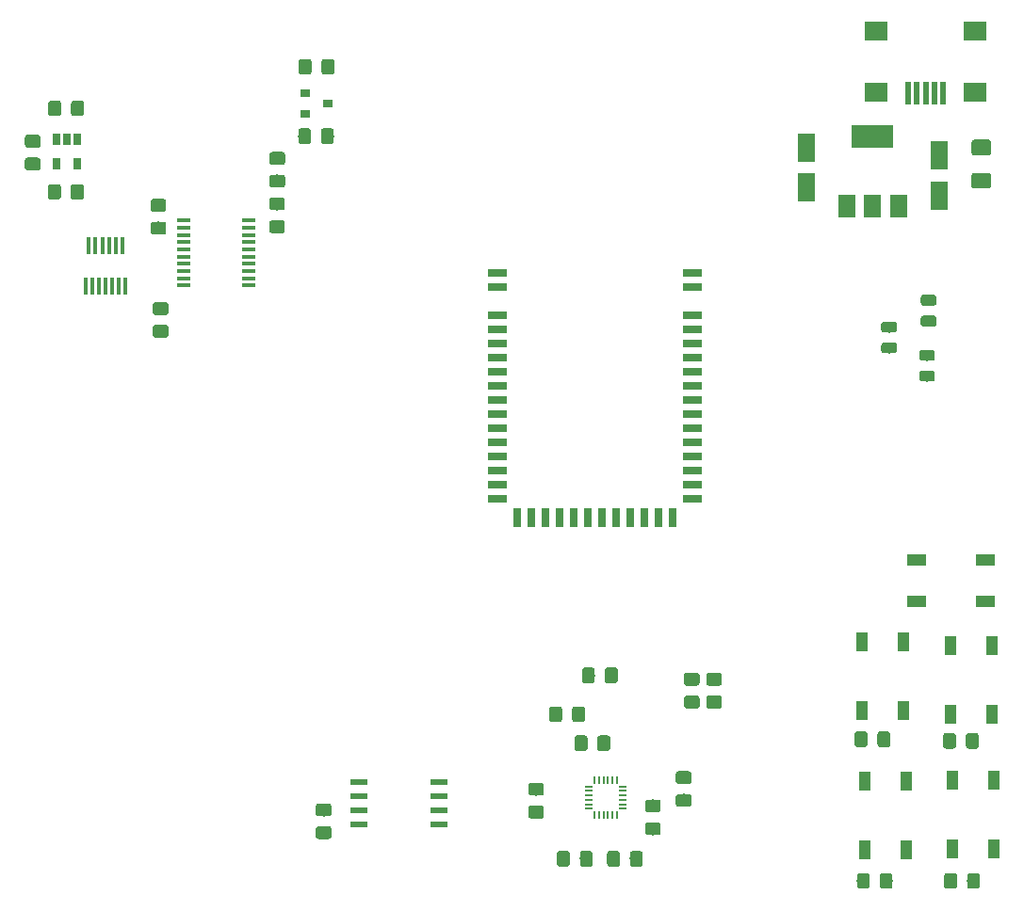
<source format=gbr>
G04 #@! TF.GenerationSoftware,KiCad,Pcbnew,(5.0.0)*
G04 #@! TF.CreationDate,2019-11-03T00:35:12+02:00*
G04 #@! TF.ProjectId,WatchBorad,5761746368426F7261642E6B69636164,rev?*
G04 #@! TF.SameCoordinates,Original*
G04 #@! TF.FileFunction,Paste,Top*
G04 #@! TF.FilePolarity,Positive*
%FSLAX46Y46*%
G04 Gerber Fmt 4.6, Leading zero omitted, Abs format (unit mm)*
G04 Created by KiCad (PCBNEW (5.0.0)) date 11/03/19 00:35:12*
%MOMM*%
%LPD*%
G01*
G04 APERTURE LIST*
%ADD10R,1.600000X2.600000*%
%ADD11R,0.300000X1.500000*%
%ADD12C,0.100000*%
%ADD13C,0.975000*%
%ADD14R,0.640000X0.220000*%
%ADD15R,0.220000X0.640000*%
%ADD16R,1.100000X1.800000*%
%ADD17C,1.150000*%
%ADD18R,1.500000X2.000000*%
%ADD19R,3.800000X2.000000*%
%ADD20R,1.800000X1.100000*%
%ADD21R,2.000000X1.700000*%
%ADD22R,0.500000X2.000000*%
%ADD23C,1.425000*%
%ADD24R,0.650000X1.060000*%
%ADD25R,0.900000X0.800000*%
%ADD26R,1.800000X0.700000*%
%ADD27R,0.700000X1.800000*%
%ADD28R,1.200000X0.400000*%
%ADD29R,1.610000X0.580000*%
G04 APERTURE END LIST*
D10*
G04 #@! TO.C,C6*
X117000000Y-83600000D03*
X117000000Y-80000000D03*
G04 #@! TD*
G04 #@! TO.C,C5*
X129000000Y-84328000D03*
X129000000Y-80728000D03*
G04 #@! TD*
D11*
G04 #@! TO.C,U2*
X52249000Y-92500000D03*
X52849000Y-92500000D03*
X53449000Y-92500000D03*
X54049000Y-92500000D03*
X54649000Y-92500000D03*
X55249000Y-92500000D03*
X55849000Y-92500000D03*
X52549000Y-88850000D03*
X53149000Y-88850000D03*
X53749000Y-88850000D03*
X54349000Y-88850000D03*
X54949000Y-88850000D03*
X55549000Y-88850000D03*
G04 #@! TD*
D12*
G04 #@! TO.C,R14*
G36*
X128369142Y-98222674D02*
X128392803Y-98226184D01*
X128416007Y-98231996D01*
X128438529Y-98240054D01*
X128460153Y-98250282D01*
X128480670Y-98262579D01*
X128499883Y-98276829D01*
X128517607Y-98292893D01*
X128533671Y-98310617D01*
X128547921Y-98329830D01*
X128560218Y-98350347D01*
X128570446Y-98371971D01*
X128578504Y-98394493D01*
X128584316Y-98417697D01*
X128587826Y-98441358D01*
X128589000Y-98465250D01*
X128589000Y-98952750D01*
X128587826Y-98976642D01*
X128584316Y-99000303D01*
X128578504Y-99023507D01*
X128570446Y-99046029D01*
X128560218Y-99067653D01*
X128547921Y-99088170D01*
X128533671Y-99107383D01*
X128517607Y-99125107D01*
X128499883Y-99141171D01*
X128480670Y-99155421D01*
X128460153Y-99167718D01*
X128438529Y-99177946D01*
X128416007Y-99186004D01*
X128392803Y-99191816D01*
X128369142Y-99195326D01*
X128345250Y-99196500D01*
X127432750Y-99196500D01*
X127408858Y-99195326D01*
X127385197Y-99191816D01*
X127361993Y-99186004D01*
X127339471Y-99177946D01*
X127317847Y-99167718D01*
X127297330Y-99155421D01*
X127278117Y-99141171D01*
X127260393Y-99125107D01*
X127244329Y-99107383D01*
X127230079Y-99088170D01*
X127217782Y-99067653D01*
X127207554Y-99046029D01*
X127199496Y-99023507D01*
X127193684Y-99000303D01*
X127190174Y-98976642D01*
X127189000Y-98952750D01*
X127189000Y-98465250D01*
X127190174Y-98441358D01*
X127193684Y-98417697D01*
X127199496Y-98394493D01*
X127207554Y-98371971D01*
X127217782Y-98350347D01*
X127230079Y-98329830D01*
X127244329Y-98310617D01*
X127260393Y-98292893D01*
X127278117Y-98276829D01*
X127297330Y-98262579D01*
X127317847Y-98250282D01*
X127339471Y-98240054D01*
X127361993Y-98231996D01*
X127385197Y-98226184D01*
X127408858Y-98222674D01*
X127432750Y-98221500D01*
X128345250Y-98221500D01*
X128369142Y-98222674D01*
X128369142Y-98222674D01*
G37*
D13*
X127889000Y-98709000D03*
D12*
G36*
X128369142Y-100097674D02*
X128392803Y-100101184D01*
X128416007Y-100106996D01*
X128438529Y-100115054D01*
X128460153Y-100125282D01*
X128480670Y-100137579D01*
X128499883Y-100151829D01*
X128517607Y-100167893D01*
X128533671Y-100185617D01*
X128547921Y-100204830D01*
X128560218Y-100225347D01*
X128570446Y-100246971D01*
X128578504Y-100269493D01*
X128584316Y-100292697D01*
X128587826Y-100316358D01*
X128589000Y-100340250D01*
X128589000Y-100827750D01*
X128587826Y-100851642D01*
X128584316Y-100875303D01*
X128578504Y-100898507D01*
X128570446Y-100921029D01*
X128560218Y-100942653D01*
X128547921Y-100963170D01*
X128533671Y-100982383D01*
X128517607Y-101000107D01*
X128499883Y-101016171D01*
X128480670Y-101030421D01*
X128460153Y-101042718D01*
X128438529Y-101052946D01*
X128416007Y-101061004D01*
X128392803Y-101066816D01*
X128369142Y-101070326D01*
X128345250Y-101071500D01*
X127432750Y-101071500D01*
X127408858Y-101070326D01*
X127385197Y-101066816D01*
X127361993Y-101061004D01*
X127339471Y-101052946D01*
X127317847Y-101042718D01*
X127297330Y-101030421D01*
X127278117Y-101016171D01*
X127260393Y-101000107D01*
X127244329Y-100982383D01*
X127230079Y-100963170D01*
X127217782Y-100942653D01*
X127207554Y-100921029D01*
X127199496Y-100898507D01*
X127193684Y-100875303D01*
X127190174Y-100851642D01*
X127189000Y-100827750D01*
X127189000Y-100340250D01*
X127190174Y-100316358D01*
X127193684Y-100292697D01*
X127199496Y-100269493D01*
X127207554Y-100246971D01*
X127217782Y-100225347D01*
X127230079Y-100204830D01*
X127244329Y-100185617D01*
X127260393Y-100167893D01*
X127278117Y-100151829D01*
X127297330Y-100137579D01*
X127317847Y-100125282D01*
X127339471Y-100115054D01*
X127361993Y-100106996D01*
X127385197Y-100101184D01*
X127408858Y-100097674D01*
X127432750Y-100096500D01*
X128345250Y-100096500D01*
X128369142Y-100097674D01*
X128369142Y-100097674D01*
G37*
D13*
X127889000Y-100584000D03*
G04 #@! TD*
D12*
G04 #@! TO.C,R13*
G36*
X124940142Y-97557674D02*
X124963803Y-97561184D01*
X124987007Y-97566996D01*
X125009529Y-97575054D01*
X125031153Y-97585282D01*
X125051670Y-97597579D01*
X125070883Y-97611829D01*
X125088607Y-97627893D01*
X125104671Y-97645617D01*
X125118921Y-97664830D01*
X125131218Y-97685347D01*
X125141446Y-97706971D01*
X125149504Y-97729493D01*
X125155316Y-97752697D01*
X125158826Y-97776358D01*
X125160000Y-97800250D01*
X125160000Y-98287750D01*
X125158826Y-98311642D01*
X125155316Y-98335303D01*
X125149504Y-98358507D01*
X125141446Y-98381029D01*
X125131218Y-98402653D01*
X125118921Y-98423170D01*
X125104671Y-98442383D01*
X125088607Y-98460107D01*
X125070883Y-98476171D01*
X125051670Y-98490421D01*
X125031153Y-98502718D01*
X125009529Y-98512946D01*
X124987007Y-98521004D01*
X124963803Y-98526816D01*
X124940142Y-98530326D01*
X124916250Y-98531500D01*
X124003750Y-98531500D01*
X123979858Y-98530326D01*
X123956197Y-98526816D01*
X123932993Y-98521004D01*
X123910471Y-98512946D01*
X123888847Y-98502718D01*
X123868330Y-98490421D01*
X123849117Y-98476171D01*
X123831393Y-98460107D01*
X123815329Y-98442383D01*
X123801079Y-98423170D01*
X123788782Y-98402653D01*
X123778554Y-98381029D01*
X123770496Y-98358507D01*
X123764684Y-98335303D01*
X123761174Y-98311642D01*
X123760000Y-98287750D01*
X123760000Y-97800250D01*
X123761174Y-97776358D01*
X123764684Y-97752697D01*
X123770496Y-97729493D01*
X123778554Y-97706971D01*
X123788782Y-97685347D01*
X123801079Y-97664830D01*
X123815329Y-97645617D01*
X123831393Y-97627893D01*
X123849117Y-97611829D01*
X123868330Y-97597579D01*
X123888847Y-97585282D01*
X123910471Y-97575054D01*
X123932993Y-97566996D01*
X123956197Y-97561184D01*
X123979858Y-97557674D01*
X124003750Y-97556500D01*
X124916250Y-97556500D01*
X124940142Y-97557674D01*
X124940142Y-97557674D01*
G37*
D13*
X124460000Y-98044000D03*
D12*
G36*
X124940142Y-95682674D02*
X124963803Y-95686184D01*
X124987007Y-95691996D01*
X125009529Y-95700054D01*
X125031153Y-95710282D01*
X125051670Y-95722579D01*
X125070883Y-95736829D01*
X125088607Y-95752893D01*
X125104671Y-95770617D01*
X125118921Y-95789830D01*
X125131218Y-95810347D01*
X125141446Y-95831971D01*
X125149504Y-95854493D01*
X125155316Y-95877697D01*
X125158826Y-95901358D01*
X125160000Y-95925250D01*
X125160000Y-96412750D01*
X125158826Y-96436642D01*
X125155316Y-96460303D01*
X125149504Y-96483507D01*
X125141446Y-96506029D01*
X125131218Y-96527653D01*
X125118921Y-96548170D01*
X125104671Y-96567383D01*
X125088607Y-96585107D01*
X125070883Y-96601171D01*
X125051670Y-96615421D01*
X125031153Y-96627718D01*
X125009529Y-96637946D01*
X124987007Y-96646004D01*
X124963803Y-96651816D01*
X124940142Y-96655326D01*
X124916250Y-96656500D01*
X124003750Y-96656500D01*
X123979858Y-96655326D01*
X123956197Y-96651816D01*
X123932993Y-96646004D01*
X123910471Y-96637946D01*
X123888847Y-96627718D01*
X123868330Y-96615421D01*
X123849117Y-96601171D01*
X123831393Y-96585107D01*
X123815329Y-96567383D01*
X123801079Y-96548170D01*
X123788782Y-96527653D01*
X123778554Y-96506029D01*
X123770496Y-96483507D01*
X123764684Y-96460303D01*
X123761174Y-96436642D01*
X123760000Y-96412750D01*
X123760000Y-95925250D01*
X123761174Y-95901358D01*
X123764684Y-95877697D01*
X123770496Y-95854493D01*
X123778554Y-95831971D01*
X123788782Y-95810347D01*
X123801079Y-95789830D01*
X123815329Y-95770617D01*
X123831393Y-95752893D01*
X123849117Y-95736829D01*
X123868330Y-95722579D01*
X123888847Y-95710282D01*
X123910471Y-95700054D01*
X123932993Y-95691996D01*
X123956197Y-95686184D01*
X123979858Y-95682674D01*
X124003750Y-95681500D01*
X124916250Y-95681500D01*
X124940142Y-95682674D01*
X124940142Y-95682674D01*
G37*
D13*
X124460000Y-96169000D03*
G04 #@! TD*
D12*
G04 #@! TO.C,R12*
G36*
X128496142Y-93269674D02*
X128519803Y-93273184D01*
X128543007Y-93278996D01*
X128565529Y-93287054D01*
X128587153Y-93297282D01*
X128607670Y-93309579D01*
X128626883Y-93323829D01*
X128644607Y-93339893D01*
X128660671Y-93357617D01*
X128674921Y-93376830D01*
X128687218Y-93397347D01*
X128697446Y-93418971D01*
X128705504Y-93441493D01*
X128711316Y-93464697D01*
X128714826Y-93488358D01*
X128716000Y-93512250D01*
X128716000Y-93999750D01*
X128714826Y-94023642D01*
X128711316Y-94047303D01*
X128705504Y-94070507D01*
X128697446Y-94093029D01*
X128687218Y-94114653D01*
X128674921Y-94135170D01*
X128660671Y-94154383D01*
X128644607Y-94172107D01*
X128626883Y-94188171D01*
X128607670Y-94202421D01*
X128587153Y-94214718D01*
X128565529Y-94224946D01*
X128543007Y-94233004D01*
X128519803Y-94238816D01*
X128496142Y-94242326D01*
X128472250Y-94243500D01*
X127559750Y-94243500D01*
X127535858Y-94242326D01*
X127512197Y-94238816D01*
X127488993Y-94233004D01*
X127466471Y-94224946D01*
X127444847Y-94214718D01*
X127424330Y-94202421D01*
X127405117Y-94188171D01*
X127387393Y-94172107D01*
X127371329Y-94154383D01*
X127357079Y-94135170D01*
X127344782Y-94114653D01*
X127334554Y-94093029D01*
X127326496Y-94070507D01*
X127320684Y-94047303D01*
X127317174Y-94023642D01*
X127316000Y-93999750D01*
X127316000Y-93512250D01*
X127317174Y-93488358D01*
X127320684Y-93464697D01*
X127326496Y-93441493D01*
X127334554Y-93418971D01*
X127344782Y-93397347D01*
X127357079Y-93376830D01*
X127371329Y-93357617D01*
X127387393Y-93339893D01*
X127405117Y-93323829D01*
X127424330Y-93309579D01*
X127444847Y-93297282D01*
X127466471Y-93287054D01*
X127488993Y-93278996D01*
X127512197Y-93273184D01*
X127535858Y-93269674D01*
X127559750Y-93268500D01*
X128472250Y-93268500D01*
X128496142Y-93269674D01*
X128496142Y-93269674D01*
G37*
D13*
X128016000Y-93756000D03*
D12*
G36*
X128496142Y-95144674D02*
X128519803Y-95148184D01*
X128543007Y-95153996D01*
X128565529Y-95162054D01*
X128587153Y-95172282D01*
X128607670Y-95184579D01*
X128626883Y-95198829D01*
X128644607Y-95214893D01*
X128660671Y-95232617D01*
X128674921Y-95251830D01*
X128687218Y-95272347D01*
X128697446Y-95293971D01*
X128705504Y-95316493D01*
X128711316Y-95339697D01*
X128714826Y-95363358D01*
X128716000Y-95387250D01*
X128716000Y-95874750D01*
X128714826Y-95898642D01*
X128711316Y-95922303D01*
X128705504Y-95945507D01*
X128697446Y-95968029D01*
X128687218Y-95989653D01*
X128674921Y-96010170D01*
X128660671Y-96029383D01*
X128644607Y-96047107D01*
X128626883Y-96063171D01*
X128607670Y-96077421D01*
X128587153Y-96089718D01*
X128565529Y-96099946D01*
X128543007Y-96108004D01*
X128519803Y-96113816D01*
X128496142Y-96117326D01*
X128472250Y-96118500D01*
X127559750Y-96118500D01*
X127535858Y-96117326D01*
X127512197Y-96113816D01*
X127488993Y-96108004D01*
X127466471Y-96099946D01*
X127444847Y-96089718D01*
X127424330Y-96077421D01*
X127405117Y-96063171D01*
X127387393Y-96047107D01*
X127371329Y-96029383D01*
X127357079Y-96010170D01*
X127344782Y-95989653D01*
X127334554Y-95968029D01*
X127326496Y-95945507D01*
X127320684Y-95922303D01*
X127317174Y-95898642D01*
X127316000Y-95874750D01*
X127316000Y-95387250D01*
X127317174Y-95363358D01*
X127320684Y-95339697D01*
X127326496Y-95316493D01*
X127334554Y-95293971D01*
X127344782Y-95272347D01*
X127357079Y-95251830D01*
X127371329Y-95232617D01*
X127387393Y-95214893D01*
X127405117Y-95198829D01*
X127424330Y-95184579D01*
X127444847Y-95172282D01*
X127466471Y-95162054D01*
X127488993Y-95153996D01*
X127512197Y-95148184D01*
X127535858Y-95144674D01*
X127559750Y-95143500D01*
X128472250Y-95143500D01*
X128496142Y-95144674D01*
X128496142Y-95144674D01*
G37*
D13*
X128016000Y-95631000D03*
G04 #@! TD*
D14*
G04 #@! TO.C,U8*
X97455000Y-137500000D03*
X97455000Y-137900000D03*
X97455000Y-138300000D03*
X97455000Y-138700000D03*
X97455000Y-139100000D03*
X97455000Y-139500000D03*
D15*
X98000000Y-140045000D03*
X98400000Y-140045000D03*
X98800000Y-140045000D03*
X99200000Y-140045000D03*
X99600000Y-140045000D03*
X100000000Y-140045000D03*
D14*
X100545000Y-139500000D03*
X100545000Y-139100000D03*
X100545000Y-138700000D03*
X100545000Y-138300000D03*
X100545000Y-137900000D03*
X100545000Y-137500000D03*
D15*
X100000000Y-136955000D03*
X99600000Y-136955000D03*
X99200000Y-136955000D03*
X98800000Y-136955000D03*
X98400000Y-136955000D03*
X98000000Y-136955000D03*
G04 #@! TD*
D16*
G04 #@! TO.C,SW4*
X130000000Y-131000000D03*
X130000000Y-124800000D03*
X133700000Y-131000000D03*
X133700000Y-124800000D03*
G04 #@! TD*
G04 #@! TO.C,SW3*
X130150000Y-143100000D03*
X130150000Y-136900000D03*
X133850000Y-143100000D03*
X133850000Y-136900000D03*
G04 #@! TD*
D12*
G04 #@! TO.C,R11*
G36*
X132299505Y-132701204D02*
X132323773Y-132704804D01*
X132347572Y-132710765D01*
X132370671Y-132719030D01*
X132392850Y-132729520D01*
X132413893Y-132742132D01*
X132433599Y-132756747D01*
X132451777Y-132773223D01*
X132468253Y-132791401D01*
X132482868Y-132811107D01*
X132495480Y-132832150D01*
X132505970Y-132854329D01*
X132514235Y-132877428D01*
X132520196Y-132901227D01*
X132523796Y-132925495D01*
X132525000Y-132949999D01*
X132525000Y-133850001D01*
X132523796Y-133874505D01*
X132520196Y-133898773D01*
X132514235Y-133922572D01*
X132505970Y-133945671D01*
X132495480Y-133967850D01*
X132482868Y-133988893D01*
X132468253Y-134008599D01*
X132451777Y-134026777D01*
X132433599Y-134043253D01*
X132413893Y-134057868D01*
X132392850Y-134070480D01*
X132370671Y-134080970D01*
X132347572Y-134089235D01*
X132323773Y-134095196D01*
X132299505Y-134098796D01*
X132275001Y-134100000D01*
X131624999Y-134100000D01*
X131600495Y-134098796D01*
X131576227Y-134095196D01*
X131552428Y-134089235D01*
X131529329Y-134080970D01*
X131507150Y-134070480D01*
X131486107Y-134057868D01*
X131466401Y-134043253D01*
X131448223Y-134026777D01*
X131431747Y-134008599D01*
X131417132Y-133988893D01*
X131404520Y-133967850D01*
X131394030Y-133945671D01*
X131385765Y-133922572D01*
X131379804Y-133898773D01*
X131376204Y-133874505D01*
X131375000Y-133850001D01*
X131375000Y-132949999D01*
X131376204Y-132925495D01*
X131379804Y-132901227D01*
X131385765Y-132877428D01*
X131394030Y-132854329D01*
X131404520Y-132832150D01*
X131417132Y-132811107D01*
X131431747Y-132791401D01*
X131448223Y-132773223D01*
X131466401Y-132756747D01*
X131486107Y-132742132D01*
X131507150Y-132729520D01*
X131529329Y-132719030D01*
X131552428Y-132710765D01*
X131576227Y-132704804D01*
X131600495Y-132701204D01*
X131624999Y-132700000D01*
X132275001Y-132700000D01*
X132299505Y-132701204D01*
X132299505Y-132701204D01*
G37*
D17*
X131950000Y-133400000D03*
D12*
G36*
X130249505Y-132701204D02*
X130273773Y-132704804D01*
X130297572Y-132710765D01*
X130320671Y-132719030D01*
X130342850Y-132729520D01*
X130363893Y-132742132D01*
X130383599Y-132756747D01*
X130401777Y-132773223D01*
X130418253Y-132791401D01*
X130432868Y-132811107D01*
X130445480Y-132832150D01*
X130455970Y-132854329D01*
X130464235Y-132877428D01*
X130470196Y-132901227D01*
X130473796Y-132925495D01*
X130475000Y-132949999D01*
X130475000Y-133850001D01*
X130473796Y-133874505D01*
X130470196Y-133898773D01*
X130464235Y-133922572D01*
X130455970Y-133945671D01*
X130445480Y-133967850D01*
X130432868Y-133988893D01*
X130418253Y-134008599D01*
X130401777Y-134026777D01*
X130383599Y-134043253D01*
X130363893Y-134057868D01*
X130342850Y-134070480D01*
X130320671Y-134080970D01*
X130297572Y-134089235D01*
X130273773Y-134095196D01*
X130249505Y-134098796D01*
X130225001Y-134100000D01*
X129574999Y-134100000D01*
X129550495Y-134098796D01*
X129526227Y-134095196D01*
X129502428Y-134089235D01*
X129479329Y-134080970D01*
X129457150Y-134070480D01*
X129436107Y-134057868D01*
X129416401Y-134043253D01*
X129398223Y-134026777D01*
X129381747Y-134008599D01*
X129367132Y-133988893D01*
X129354520Y-133967850D01*
X129344030Y-133945671D01*
X129335765Y-133922572D01*
X129329804Y-133898773D01*
X129326204Y-133874505D01*
X129325000Y-133850001D01*
X129325000Y-132949999D01*
X129326204Y-132925495D01*
X129329804Y-132901227D01*
X129335765Y-132877428D01*
X129344030Y-132854329D01*
X129354520Y-132832150D01*
X129367132Y-132811107D01*
X129381747Y-132791401D01*
X129398223Y-132773223D01*
X129416401Y-132756747D01*
X129436107Y-132742132D01*
X129457150Y-132729520D01*
X129479329Y-132719030D01*
X129502428Y-132710765D01*
X129526227Y-132704804D01*
X129550495Y-132701204D01*
X129574999Y-132700000D01*
X130225001Y-132700000D01*
X130249505Y-132701204D01*
X130249505Y-132701204D01*
G37*
D17*
X129900000Y-133400000D03*
G04 #@! TD*
D12*
G04 #@! TO.C,R10*
G36*
X130349505Y-145301204D02*
X130373773Y-145304804D01*
X130397572Y-145310765D01*
X130420671Y-145319030D01*
X130442850Y-145329520D01*
X130463893Y-145342132D01*
X130483599Y-145356747D01*
X130501777Y-145373223D01*
X130518253Y-145391401D01*
X130532868Y-145411107D01*
X130545480Y-145432150D01*
X130555970Y-145454329D01*
X130564235Y-145477428D01*
X130570196Y-145501227D01*
X130573796Y-145525495D01*
X130575000Y-145549999D01*
X130575000Y-146450001D01*
X130573796Y-146474505D01*
X130570196Y-146498773D01*
X130564235Y-146522572D01*
X130555970Y-146545671D01*
X130545480Y-146567850D01*
X130532868Y-146588893D01*
X130518253Y-146608599D01*
X130501777Y-146626777D01*
X130483599Y-146643253D01*
X130463893Y-146657868D01*
X130442850Y-146670480D01*
X130420671Y-146680970D01*
X130397572Y-146689235D01*
X130373773Y-146695196D01*
X130349505Y-146698796D01*
X130325001Y-146700000D01*
X129674999Y-146700000D01*
X129650495Y-146698796D01*
X129626227Y-146695196D01*
X129602428Y-146689235D01*
X129579329Y-146680970D01*
X129557150Y-146670480D01*
X129536107Y-146657868D01*
X129516401Y-146643253D01*
X129498223Y-146626777D01*
X129481747Y-146608599D01*
X129467132Y-146588893D01*
X129454520Y-146567850D01*
X129444030Y-146545671D01*
X129435765Y-146522572D01*
X129429804Y-146498773D01*
X129426204Y-146474505D01*
X129425000Y-146450001D01*
X129425000Y-145549999D01*
X129426204Y-145525495D01*
X129429804Y-145501227D01*
X129435765Y-145477428D01*
X129444030Y-145454329D01*
X129454520Y-145432150D01*
X129467132Y-145411107D01*
X129481747Y-145391401D01*
X129498223Y-145373223D01*
X129516401Y-145356747D01*
X129536107Y-145342132D01*
X129557150Y-145329520D01*
X129579329Y-145319030D01*
X129602428Y-145310765D01*
X129626227Y-145304804D01*
X129650495Y-145301204D01*
X129674999Y-145300000D01*
X130325001Y-145300000D01*
X130349505Y-145301204D01*
X130349505Y-145301204D01*
G37*
D17*
X130000000Y-146000000D03*
D12*
G36*
X132399505Y-145301204D02*
X132423773Y-145304804D01*
X132447572Y-145310765D01*
X132470671Y-145319030D01*
X132492850Y-145329520D01*
X132513893Y-145342132D01*
X132533599Y-145356747D01*
X132551777Y-145373223D01*
X132568253Y-145391401D01*
X132582868Y-145411107D01*
X132595480Y-145432150D01*
X132605970Y-145454329D01*
X132614235Y-145477428D01*
X132620196Y-145501227D01*
X132623796Y-145525495D01*
X132625000Y-145549999D01*
X132625000Y-146450001D01*
X132623796Y-146474505D01*
X132620196Y-146498773D01*
X132614235Y-146522572D01*
X132605970Y-146545671D01*
X132595480Y-146567850D01*
X132582868Y-146588893D01*
X132568253Y-146608599D01*
X132551777Y-146626777D01*
X132533599Y-146643253D01*
X132513893Y-146657868D01*
X132492850Y-146670480D01*
X132470671Y-146680970D01*
X132447572Y-146689235D01*
X132423773Y-146695196D01*
X132399505Y-146698796D01*
X132375001Y-146700000D01*
X131724999Y-146700000D01*
X131700495Y-146698796D01*
X131676227Y-146695196D01*
X131652428Y-146689235D01*
X131629329Y-146680970D01*
X131607150Y-146670480D01*
X131586107Y-146657868D01*
X131566401Y-146643253D01*
X131548223Y-146626777D01*
X131531747Y-146608599D01*
X131517132Y-146588893D01*
X131504520Y-146567850D01*
X131494030Y-146545671D01*
X131485765Y-146522572D01*
X131479804Y-146498773D01*
X131476204Y-146474505D01*
X131475000Y-146450001D01*
X131475000Y-145549999D01*
X131476204Y-145525495D01*
X131479804Y-145501227D01*
X131485765Y-145477428D01*
X131494030Y-145454329D01*
X131504520Y-145432150D01*
X131517132Y-145411107D01*
X131531747Y-145391401D01*
X131548223Y-145373223D01*
X131566401Y-145356747D01*
X131586107Y-145342132D01*
X131607150Y-145329520D01*
X131629329Y-145319030D01*
X131652428Y-145310765D01*
X131676227Y-145304804D01*
X131700495Y-145301204D01*
X131724999Y-145300000D01*
X132375001Y-145300000D01*
X132399505Y-145301204D01*
X132399505Y-145301204D01*
G37*
D17*
X132050000Y-146000000D03*
G04 #@! TD*
D18*
G04 #@! TO.C,U4*
X120700000Y-85300000D03*
X125300000Y-85300000D03*
X123000000Y-85300000D03*
D19*
X123000000Y-79000000D03*
G04 #@! TD*
D20*
G04 #@! TO.C,RESET1*
X133100000Y-120850000D03*
X126900000Y-120850000D03*
X133100000Y-117150000D03*
X126900000Y-117150000D03*
G04 #@! TD*
D12*
G04 #@! TO.C,R3*
G36*
X107207505Y-129327204D02*
X107231773Y-129330804D01*
X107255572Y-129336765D01*
X107278671Y-129345030D01*
X107300850Y-129355520D01*
X107321893Y-129368132D01*
X107341599Y-129382747D01*
X107359777Y-129399223D01*
X107376253Y-129417401D01*
X107390868Y-129437107D01*
X107403480Y-129458150D01*
X107413970Y-129480329D01*
X107422235Y-129503428D01*
X107428196Y-129527227D01*
X107431796Y-129551495D01*
X107433000Y-129575999D01*
X107433000Y-130226001D01*
X107431796Y-130250505D01*
X107428196Y-130274773D01*
X107422235Y-130298572D01*
X107413970Y-130321671D01*
X107403480Y-130343850D01*
X107390868Y-130364893D01*
X107376253Y-130384599D01*
X107359777Y-130402777D01*
X107341599Y-130419253D01*
X107321893Y-130433868D01*
X107300850Y-130446480D01*
X107278671Y-130456970D01*
X107255572Y-130465235D01*
X107231773Y-130471196D01*
X107207505Y-130474796D01*
X107183001Y-130476000D01*
X106282999Y-130476000D01*
X106258495Y-130474796D01*
X106234227Y-130471196D01*
X106210428Y-130465235D01*
X106187329Y-130456970D01*
X106165150Y-130446480D01*
X106144107Y-130433868D01*
X106124401Y-130419253D01*
X106106223Y-130402777D01*
X106089747Y-130384599D01*
X106075132Y-130364893D01*
X106062520Y-130343850D01*
X106052030Y-130321671D01*
X106043765Y-130298572D01*
X106037804Y-130274773D01*
X106034204Y-130250505D01*
X106033000Y-130226001D01*
X106033000Y-129575999D01*
X106034204Y-129551495D01*
X106037804Y-129527227D01*
X106043765Y-129503428D01*
X106052030Y-129480329D01*
X106062520Y-129458150D01*
X106075132Y-129437107D01*
X106089747Y-129417401D01*
X106106223Y-129399223D01*
X106124401Y-129382747D01*
X106144107Y-129368132D01*
X106165150Y-129355520D01*
X106187329Y-129345030D01*
X106210428Y-129336765D01*
X106234227Y-129330804D01*
X106258495Y-129327204D01*
X106282999Y-129326000D01*
X107183001Y-129326000D01*
X107207505Y-129327204D01*
X107207505Y-129327204D01*
G37*
D17*
X106733000Y-129901000D03*
D12*
G36*
X107207505Y-127277204D02*
X107231773Y-127280804D01*
X107255572Y-127286765D01*
X107278671Y-127295030D01*
X107300850Y-127305520D01*
X107321893Y-127318132D01*
X107341599Y-127332747D01*
X107359777Y-127349223D01*
X107376253Y-127367401D01*
X107390868Y-127387107D01*
X107403480Y-127408150D01*
X107413970Y-127430329D01*
X107422235Y-127453428D01*
X107428196Y-127477227D01*
X107431796Y-127501495D01*
X107433000Y-127525999D01*
X107433000Y-128176001D01*
X107431796Y-128200505D01*
X107428196Y-128224773D01*
X107422235Y-128248572D01*
X107413970Y-128271671D01*
X107403480Y-128293850D01*
X107390868Y-128314893D01*
X107376253Y-128334599D01*
X107359777Y-128352777D01*
X107341599Y-128369253D01*
X107321893Y-128383868D01*
X107300850Y-128396480D01*
X107278671Y-128406970D01*
X107255572Y-128415235D01*
X107231773Y-128421196D01*
X107207505Y-128424796D01*
X107183001Y-128426000D01*
X106282999Y-128426000D01*
X106258495Y-128424796D01*
X106234227Y-128421196D01*
X106210428Y-128415235D01*
X106187329Y-128406970D01*
X106165150Y-128396480D01*
X106144107Y-128383868D01*
X106124401Y-128369253D01*
X106106223Y-128352777D01*
X106089747Y-128334599D01*
X106075132Y-128314893D01*
X106062520Y-128293850D01*
X106052030Y-128271671D01*
X106043765Y-128248572D01*
X106037804Y-128224773D01*
X106034204Y-128200505D01*
X106033000Y-128176001D01*
X106033000Y-127525999D01*
X106034204Y-127501495D01*
X106037804Y-127477227D01*
X106043765Y-127453428D01*
X106052030Y-127430329D01*
X106062520Y-127408150D01*
X106075132Y-127387107D01*
X106089747Y-127367401D01*
X106106223Y-127349223D01*
X106124401Y-127332747D01*
X106144107Y-127318132D01*
X106165150Y-127305520D01*
X106187329Y-127295030D01*
X106210428Y-127286765D01*
X106234227Y-127280804D01*
X106258495Y-127277204D01*
X106282999Y-127276000D01*
X107183001Y-127276000D01*
X107207505Y-127277204D01*
X107207505Y-127277204D01*
G37*
D17*
X106733000Y-127851000D03*
G04 #@! TD*
D12*
G04 #@! TO.C,D1*
G36*
X109207505Y-129327204D02*
X109231773Y-129330804D01*
X109255572Y-129336765D01*
X109278671Y-129345030D01*
X109300850Y-129355520D01*
X109321893Y-129368132D01*
X109341599Y-129382747D01*
X109359777Y-129399223D01*
X109376253Y-129417401D01*
X109390868Y-129437107D01*
X109403480Y-129458150D01*
X109413970Y-129480329D01*
X109422235Y-129503428D01*
X109428196Y-129527227D01*
X109431796Y-129551495D01*
X109433000Y-129575999D01*
X109433000Y-130226001D01*
X109431796Y-130250505D01*
X109428196Y-130274773D01*
X109422235Y-130298572D01*
X109413970Y-130321671D01*
X109403480Y-130343850D01*
X109390868Y-130364893D01*
X109376253Y-130384599D01*
X109359777Y-130402777D01*
X109341599Y-130419253D01*
X109321893Y-130433868D01*
X109300850Y-130446480D01*
X109278671Y-130456970D01*
X109255572Y-130465235D01*
X109231773Y-130471196D01*
X109207505Y-130474796D01*
X109183001Y-130476000D01*
X108282999Y-130476000D01*
X108258495Y-130474796D01*
X108234227Y-130471196D01*
X108210428Y-130465235D01*
X108187329Y-130456970D01*
X108165150Y-130446480D01*
X108144107Y-130433868D01*
X108124401Y-130419253D01*
X108106223Y-130402777D01*
X108089747Y-130384599D01*
X108075132Y-130364893D01*
X108062520Y-130343850D01*
X108052030Y-130321671D01*
X108043765Y-130298572D01*
X108037804Y-130274773D01*
X108034204Y-130250505D01*
X108033000Y-130226001D01*
X108033000Y-129575999D01*
X108034204Y-129551495D01*
X108037804Y-129527227D01*
X108043765Y-129503428D01*
X108052030Y-129480329D01*
X108062520Y-129458150D01*
X108075132Y-129437107D01*
X108089747Y-129417401D01*
X108106223Y-129399223D01*
X108124401Y-129382747D01*
X108144107Y-129368132D01*
X108165150Y-129355520D01*
X108187329Y-129345030D01*
X108210428Y-129336765D01*
X108234227Y-129330804D01*
X108258495Y-129327204D01*
X108282999Y-129326000D01*
X109183001Y-129326000D01*
X109207505Y-129327204D01*
X109207505Y-129327204D01*
G37*
D17*
X108733000Y-129901000D03*
D12*
G36*
X109207505Y-127277204D02*
X109231773Y-127280804D01*
X109255572Y-127286765D01*
X109278671Y-127295030D01*
X109300850Y-127305520D01*
X109321893Y-127318132D01*
X109341599Y-127332747D01*
X109359777Y-127349223D01*
X109376253Y-127367401D01*
X109390868Y-127387107D01*
X109403480Y-127408150D01*
X109413970Y-127430329D01*
X109422235Y-127453428D01*
X109428196Y-127477227D01*
X109431796Y-127501495D01*
X109433000Y-127525999D01*
X109433000Y-128176001D01*
X109431796Y-128200505D01*
X109428196Y-128224773D01*
X109422235Y-128248572D01*
X109413970Y-128271671D01*
X109403480Y-128293850D01*
X109390868Y-128314893D01*
X109376253Y-128334599D01*
X109359777Y-128352777D01*
X109341599Y-128369253D01*
X109321893Y-128383868D01*
X109300850Y-128396480D01*
X109278671Y-128406970D01*
X109255572Y-128415235D01*
X109231773Y-128421196D01*
X109207505Y-128424796D01*
X109183001Y-128426000D01*
X108282999Y-128426000D01*
X108258495Y-128424796D01*
X108234227Y-128421196D01*
X108210428Y-128415235D01*
X108187329Y-128406970D01*
X108165150Y-128396480D01*
X108144107Y-128383868D01*
X108124401Y-128369253D01*
X108106223Y-128352777D01*
X108089747Y-128334599D01*
X108075132Y-128314893D01*
X108062520Y-128293850D01*
X108052030Y-128271671D01*
X108043765Y-128248572D01*
X108037804Y-128224773D01*
X108034204Y-128200505D01*
X108033000Y-128176001D01*
X108033000Y-127525999D01*
X108034204Y-127501495D01*
X108037804Y-127477227D01*
X108043765Y-127453428D01*
X108052030Y-127430329D01*
X108062520Y-127408150D01*
X108075132Y-127387107D01*
X108089747Y-127367401D01*
X108106223Y-127349223D01*
X108124401Y-127332747D01*
X108144107Y-127318132D01*
X108165150Y-127305520D01*
X108187329Y-127295030D01*
X108210428Y-127286765D01*
X108234227Y-127280804D01*
X108258495Y-127277204D01*
X108282999Y-127276000D01*
X109183001Y-127276000D01*
X109207505Y-127277204D01*
X109207505Y-127277204D01*
G37*
D17*
X108733000Y-127851000D03*
G04 #@! TD*
D16*
G04 #@! TO.C,SW2*
X122050000Y-130700000D03*
X122050000Y-124500000D03*
X125750000Y-130700000D03*
X125750000Y-124500000D03*
G04 #@! TD*
G04 #@! TO.C,SW1*
X122300000Y-143200000D03*
X122300000Y-137000000D03*
X126000000Y-143200000D03*
X126000000Y-137000000D03*
G04 #@! TD*
D12*
G04 #@! TO.C,R9*
G36*
X122299505Y-132551204D02*
X122323773Y-132554804D01*
X122347572Y-132560765D01*
X122370671Y-132569030D01*
X122392850Y-132579520D01*
X122413893Y-132592132D01*
X122433599Y-132606747D01*
X122451777Y-132623223D01*
X122468253Y-132641401D01*
X122482868Y-132661107D01*
X122495480Y-132682150D01*
X122505970Y-132704329D01*
X122514235Y-132727428D01*
X122520196Y-132751227D01*
X122523796Y-132775495D01*
X122525000Y-132799999D01*
X122525000Y-133700001D01*
X122523796Y-133724505D01*
X122520196Y-133748773D01*
X122514235Y-133772572D01*
X122505970Y-133795671D01*
X122495480Y-133817850D01*
X122482868Y-133838893D01*
X122468253Y-133858599D01*
X122451777Y-133876777D01*
X122433599Y-133893253D01*
X122413893Y-133907868D01*
X122392850Y-133920480D01*
X122370671Y-133930970D01*
X122347572Y-133939235D01*
X122323773Y-133945196D01*
X122299505Y-133948796D01*
X122275001Y-133950000D01*
X121624999Y-133950000D01*
X121600495Y-133948796D01*
X121576227Y-133945196D01*
X121552428Y-133939235D01*
X121529329Y-133930970D01*
X121507150Y-133920480D01*
X121486107Y-133907868D01*
X121466401Y-133893253D01*
X121448223Y-133876777D01*
X121431747Y-133858599D01*
X121417132Y-133838893D01*
X121404520Y-133817850D01*
X121394030Y-133795671D01*
X121385765Y-133772572D01*
X121379804Y-133748773D01*
X121376204Y-133724505D01*
X121375000Y-133700001D01*
X121375000Y-132799999D01*
X121376204Y-132775495D01*
X121379804Y-132751227D01*
X121385765Y-132727428D01*
X121394030Y-132704329D01*
X121404520Y-132682150D01*
X121417132Y-132661107D01*
X121431747Y-132641401D01*
X121448223Y-132623223D01*
X121466401Y-132606747D01*
X121486107Y-132592132D01*
X121507150Y-132579520D01*
X121529329Y-132569030D01*
X121552428Y-132560765D01*
X121576227Y-132554804D01*
X121600495Y-132551204D01*
X121624999Y-132550000D01*
X122275001Y-132550000D01*
X122299505Y-132551204D01*
X122299505Y-132551204D01*
G37*
D17*
X121950000Y-133250000D03*
D12*
G36*
X124349505Y-132551204D02*
X124373773Y-132554804D01*
X124397572Y-132560765D01*
X124420671Y-132569030D01*
X124442850Y-132579520D01*
X124463893Y-132592132D01*
X124483599Y-132606747D01*
X124501777Y-132623223D01*
X124518253Y-132641401D01*
X124532868Y-132661107D01*
X124545480Y-132682150D01*
X124555970Y-132704329D01*
X124564235Y-132727428D01*
X124570196Y-132751227D01*
X124573796Y-132775495D01*
X124575000Y-132799999D01*
X124575000Y-133700001D01*
X124573796Y-133724505D01*
X124570196Y-133748773D01*
X124564235Y-133772572D01*
X124555970Y-133795671D01*
X124545480Y-133817850D01*
X124532868Y-133838893D01*
X124518253Y-133858599D01*
X124501777Y-133876777D01*
X124483599Y-133893253D01*
X124463893Y-133907868D01*
X124442850Y-133920480D01*
X124420671Y-133930970D01*
X124397572Y-133939235D01*
X124373773Y-133945196D01*
X124349505Y-133948796D01*
X124325001Y-133950000D01*
X123674999Y-133950000D01*
X123650495Y-133948796D01*
X123626227Y-133945196D01*
X123602428Y-133939235D01*
X123579329Y-133930970D01*
X123557150Y-133920480D01*
X123536107Y-133907868D01*
X123516401Y-133893253D01*
X123498223Y-133876777D01*
X123481747Y-133858599D01*
X123467132Y-133838893D01*
X123454520Y-133817850D01*
X123444030Y-133795671D01*
X123435765Y-133772572D01*
X123429804Y-133748773D01*
X123426204Y-133724505D01*
X123425000Y-133700001D01*
X123425000Y-132799999D01*
X123426204Y-132775495D01*
X123429804Y-132751227D01*
X123435765Y-132727428D01*
X123444030Y-132704329D01*
X123454520Y-132682150D01*
X123467132Y-132661107D01*
X123481747Y-132641401D01*
X123498223Y-132623223D01*
X123516401Y-132606747D01*
X123536107Y-132592132D01*
X123557150Y-132579520D01*
X123579329Y-132569030D01*
X123602428Y-132560765D01*
X123626227Y-132554804D01*
X123650495Y-132551204D01*
X123674999Y-132550000D01*
X124325001Y-132550000D01*
X124349505Y-132551204D01*
X124349505Y-132551204D01*
G37*
D17*
X124000000Y-133250000D03*
G04 #@! TD*
D12*
G04 #@! TO.C,R8*
G36*
X122499505Y-145301204D02*
X122523773Y-145304804D01*
X122547572Y-145310765D01*
X122570671Y-145319030D01*
X122592850Y-145329520D01*
X122613893Y-145342132D01*
X122633599Y-145356747D01*
X122651777Y-145373223D01*
X122668253Y-145391401D01*
X122682868Y-145411107D01*
X122695480Y-145432150D01*
X122705970Y-145454329D01*
X122714235Y-145477428D01*
X122720196Y-145501227D01*
X122723796Y-145525495D01*
X122725000Y-145549999D01*
X122725000Y-146450001D01*
X122723796Y-146474505D01*
X122720196Y-146498773D01*
X122714235Y-146522572D01*
X122705970Y-146545671D01*
X122695480Y-146567850D01*
X122682868Y-146588893D01*
X122668253Y-146608599D01*
X122651777Y-146626777D01*
X122633599Y-146643253D01*
X122613893Y-146657868D01*
X122592850Y-146670480D01*
X122570671Y-146680970D01*
X122547572Y-146689235D01*
X122523773Y-146695196D01*
X122499505Y-146698796D01*
X122475001Y-146700000D01*
X121824999Y-146700000D01*
X121800495Y-146698796D01*
X121776227Y-146695196D01*
X121752428Y-146689235D01*
X121729329Y-146680970D01*
X121707150Y-146670480D01*
X121686107Y-146657868D01*
X121666401Y-146643253D01*
X121648223Y-146626777D01*
X121631747Y-146608599D01*
X121617132Y-146588893D01*
X121604520Y-146567850D01*
X121594030Y-146545671D01*
X121585765Y-146522572D01*
X121579804Y-146498773D01*
X121576204Y-146474505D01*
X121575000Y-146450001D01*
X121575000Y-145549999D01*
X121576204Y-145525495D01*
X121579804Y-145501227D01*
X121585765Y-145477428D01*
X121594030Y-145454329D01*
X121604520Y-145432150D01*
X121617132Y-145411107D01*
X121631747Y-145391401D01*
X121648223Y-145373223D01*
X121666401Y-145356747D01*
X121686107Y-145342132D01*
X121707150Y-145329520D01*
X121729329Y-145319030D01*
X121752428Y-145310765D01*
X121776227Y-145304804D01*
X121800495Y-145301204D01*
X121824999Y-145300000D01*
X122475001Y-145300000D01*
X122499505Y-145301204D01*
X122499505Y-145301204D01*
G37*
D17*
X122150000Y-146000000D03*
D12*
G36*
X124549505Y-145301204D02*
X124573773Y-145304804D01*
X124597572Y-145310765D01*
X124620671Y-145319030D01*
X124642850Y-145329520D01*
X124663893Y-145342132D01*
X124683599Y-145356747D01*
X124701777Y-145373223D01*
X124718253Y-145391401D01*
X124732868Y-145411107D01*
X124745480Y-145432150D01*
X124755970Y-145454329D01*
X124764235Y-145477428D01*
X124770196Y-145501227D01*
X124773796Y-145525495D01*
X124775000Y-145549999D01*
X124775000Y-146450001D01*
X124773796Y-146474505D01*
X124770196Y-146498773D01*
X124764235Y-146522572D01*
X124755970Y-146545671D01*
X124745480Y-146567850D01*
X124732868Y-146588893D01*
X124718253Y-146608599D01*
X124701777Y-146626777D01*
X124683599Y-146643253D01*
X124663893Y-146657868D01*
X124642850Y-146670480D01*
X124620671Y-146680970D01*
X124597572Y-146689235D01*
X124573773Y-146695196D01*
X124549505Y-146698796D01*
X124525001Y-146700000D01*
X123874999Y-146700000D01*
X123850495Y-146698796D01*
X123826227Y-146695196D01*
X123802428Y-146689235D01*
X123779329Y-146680970D01*
X123757150Y-146670480D01*
X123736107Y-146657868D01*
X123716401Y-146643253D01*
X123698223Y-146626777D01*
X123681747Y-146608599D01*
X123667132Y-146588893D01*
X123654520Y-146567850D01*
X123644030Y-146545671D01*
X123635765Y-146522572D01*
X123629804Y-146498773D01*
X123626204Y-146474505D01*
X123625000Y-146450001D01*
X123625000Y-145549999D01*
X123626204Y-145525495D01*
X123629804Y-145501227D01*
X123635765Y-145477428D01*
X123644030Y-145454329D01*
X123654520Y-145432150D01*
X123667132Y-145411107D01*
X123681747Y-145391401D01*
X123698223Y-145373223D01*
X123716401Y-145356747D01*
X123736107Y-145342132D01*
X123757150Y-145329520D01*
X123779329Y-145319030D01*
X123802428Y-145310765D01*
X123826227Y-145304804D01*
X123850495Y-145301204D01*
X123874999Y-145300000D01*
X124525001Y-145300000D01*
X124549505Y-145301204D01*
X124549505Y-145301204D01*
G37*
D17*
X124200000Y-146000000D03*
G04 #@! TD*
D12*
G04 #@! TO.C,C4*
G36*
X49799505Y-83301204D02*
X49823773Y-83304804D01*
X49847572Y-83310765D01*
X49870671Y-83319030D01*
X49892850Y-83329520D01*
X49913893Y-83342132D01*
X49933599Y-83356747D01*
X49951777Y-83373223D01*
X49968253Y-83391401D01*
X49982868Y-83411107D01*
X49995480Y-83432150D01*
X50005970Y-83454329D01*
X50014235Y-83477428D01*
X50020196Y-83501227D01*
X50023796Y-83525495D01*
X50025000Y-83549999D01*
X50025000Y-84450001D01*
X50023796Y-84474505D01*
X50020196Y-84498773D01*
X50014235Y-84522572D01*
X50005970Y-84545671D01*
X49995480Y-84567850D01*
X49982868Y-84588893D01*
X49968253Y-84608599D01*
X49951777Y-84626777D01*
X49933599Y-84643253D01*
X49913893Y-84657868D01*
X49892850Y-84670480D01*
X49870671Y-84680970D01*
X49847572Y-84689235D01*
X49823773Y-84695196D01*
X49799505Y-84698796D01*
X49775001Y-84700000D01*
X49124999Y-84700000D01*
X49100495Y-84698796D01*
X49076227Y-84695196D01*
X49052428Y-84689235D01*
X49029329Y-84680970D01*
X49007150Y-84670480D01*
X48986107Y-84657868D01*
X48966401Y-84643253D01*
X48948223Y-84626777D01*
X48931747Y-84608599D01*
X48917132Y-84588893D01*
X48904520Y-84567850D01*
X48894030Y-84545671D01*
X48885765Y-84522572D01*
X48879804Y-84498773D01*
X48876204Y-84474505D01*
X48875000Y-84450001D01*
X48875000Y-83549999D01*
X48876204Y-83525495D01*
X48879804Y-83501227D01*
X48885765Y-83477428D01*
X48894030Y-83454329D01*
X48904520Y-83432150D01*
X48917132Y-83411107D01*
X48931747Y-83391401D01*
X48948223Y-83373223D01*
X48966401Y-83356747D01*
X48986107Y-83342132D01*
X49007150Y-83329520D01*
X49029329Y-83319030D01*
X49052428Y-83310765D01*
X49076227Y-83304804D01*
X49100495Y-83301204D01*
X49124999Y-83300000D01*
X49775001Y-83300000D01*
X49799505Y-83301204D01*
X49799505Y-83301204D01*
G37*
D17*
X49450000Y-84000000D03*
D12*
G36*
X51849505Y-83301204D02*
X51873773Y-83304804D01*
X51897572Y-83310765D01*
X51920671Y-83319030D01*
X51942850Y-83329520D01*
X51963893Y-83342132D01*
X51983599Y-83356747D01*
X52001777Y-83373223D01*
X52018253Y-83391401D01*
X52032868Y-83411107D01*
X52045480Y-83432150D01*
X52055970Y-83454329D01*
X52064235Y-83477428D01*
X52070196Y-83501227D01*
X52073796Y-83525495D01*
X52075000Y-83549999D01*
X52075000Y-84450001D01*
X52073796Y-84474505D01*
X52070196Y-84498773D01*
X52064235Y-84522572D01*
X52055970Y-84545671D01*
X52045480Y-84567850D01*
X52032868Y-84588893D01*
X52018253Y-84608599D01*
X52001777Y-84626777D01*
X51983599Y-84643253D01*
X51963893Y-84657868D01*
X51942850Y-84670480D01*
X51920671Y-84680970D01*
X51897572Y-84689235D01*
X51873773Y-84695196D01*
X51849505Y-84698796D01*
X51825001Y-84700000D01*
X51174999Y-84700000D01*
X51150495Y-84698796D01*
X51126227Y-84695196D01*
X51102428Y-84689235D01*
X51079329Y-84680970D01*
X51057150Y-84670480D01*
X51036107Y-84657868D01*
X51016401Y-84643253D01*
X50998223Y-84626777D01*
X50981747Y-84608599D01*
X50967132Y-84588893D01*
X50954520Y-84567850D01*
X50944030Y-84545671D01*
X50935765Y-84522572D01*
X50929804Y-84498773D01*
X50926204Y-84474505D01*
X50925000Y-84450001D01*
X50925000Y-83549999D01*
X50926204Y-83525495D01*
X50929804Y-83501227D01*
X50935765Y-83477428D01*
X50944030Y-83454329D01*
X50954520Y-83432150D01*
X50967132Y-83411107D01*
X50981747Y-83391401D01*
X50998223Y-83373223D01*
X51016401Y-83356747D01*
X51036107Y-83342132D01*
X51057150Y-83329520D01*
X51079329Y-83319030D01*
X51102428Y-83310765D01*
X51126227Y-83304804D01*
X51150495Y-83301204D01*
X51174999Y-83300000D01*
X51825001Y-83300000D01*
X51849505Y-83301204D01*
X51849505Y-83301204D01*
G37*
D17*
X51500000Y-84000000D03*
G04 #@! TD*
D21*
G04 #@! TO.C,J3*
X123300000Y-69550000D03*
X123300000Y-75000000D03*
X132200000Y-69550000D03*
X132200000Y-75000000D03*
D22*
X126150000Y-75100000D03*
X126950000Y-75100000D03*
X127750000Y-75100000D03*
X128550000Y-75100000D03*
X129350000Y-75100000D03*
G04 #@! TD*
D12*
G04 #@! TO.C,R7*
G36*
X103724505Y-140726204D02*
X103748773Y-140729804D01*
X103772572Y-140735765D01*
X103795671Y-140744030D01*
X103817850Y-140754520D01*
X103838893Y-140767132D01*
X103858599Y-140781747D01*
X103876777Y-140798223D01*
X103893253Y-140816401D01*
X103907868Y-140836107D01*
X103920480Y-140857150D01*
X103930970Y-140879329D01*
X103939235Y-140902428D01*
X103945196Y-140926227D01*
X103948796Y-140950495D01*
X103950000Y-140974999D01*
X103950000Y-141625001D01*
X103948796Y-141649505D01*
X103945196Y-141673773D01*
X103939235Y-141697572D01*
X103930970Y-141720671D01*
X103920480Y-141742850D01*
X103907868Y-141763893D01*
X103893253Y-141783599D01*
X103876777Y-141801777D01*
X103858599Y-141818253D01*
X103838893Y-141832868D01*
X103817850Y-141845480D01*
X103795671Y-141855970D01*
X103772572Y-141864235D01*
X103748773Y-141870196D01*
X103724505Y-141873796D01*
X103700001Y-141875000D01*
X102799999Y-141875000D01*
X102775495Y-141873796D01*
X102751227Y-141870196D01*
X102727428Y-141864235D01*
X102704329Y-141855970D01*
X102682150Y-141845480D01*
X102661107Y-141832868D01*
X102641401Y-141818253D01*
X102623223Y-141801777D01*
X102606747Y-141783599D01*
X102592132Y-141763893D01*
X102579520Y-141742850D01*
X102569030Y-141720671D01*
X102560765Y-141697572D01*
X102554804Y-141673773D01*
X102551204Y-141649505D01*
X102550000Y-141625001D01*
X102550000Y-140974999D01*
X102551204Y-140950495D01*
X102554804Y-140926227D01*
X102560765Y-140902428D01*
X102569030Y-140879329D01*
X102579520Y-140857150D01*
X102592132Y-140836107D01*
X102606747Y-140816401D01*
X102623223Y-140798223D01*
X102641401Y-140781747D01*
X102661107Y-140767132D01*
X102682150Y-140754520D01*
X102704329Y-140744030D01*
X102727428Y-140735765D01*
X102751227Y-140729804D01*
X102775495Y-140726204D01*
X102799999Y-140725000D01*
X103700001Y-140725000D01*
X103724505Y-140726204D01*
X103724505Y-140726204D01*
G37*
D17*
X103250000Y-141300000D03*
D12*
G36*
X103724505Y-138676204D02*
X103748773Y-138679804D01*
X103772572Y-138685765D01*
X103795671Y-138694030D01*
X103817850Y-138704520D01*
X103838893Y-138717132D01*
X103858599Y-138731747D01*
X103876777Y-138748223D01*
X103893253Y-138766401D01*
X103907868Y-138786107D01*
X103920480Y-138807150D01*
X103930970Y-138829329D01*
X103939235Y-138852428D01*
X103945196Y-138876227D01*
X103948796Y-138900495D01*
X103950000Y-138924999D01*
X103950000Y-139575001D01*
X103948796Y-139599505D01*
X103945196Y-139623773D01*
X103939235Y-139647572D01*
X103930970Y-139670671D01*
X103920480Y-139692850D01*
X103907868Y-139713893D01*
X103893253Y-139733599D01*
X103876777Y-139751777D01*
X103858599Y-139768253D01*
X103838893Y-139782868D01*
X103817850Y-139795480D01*
X103795671Y-139805970D01*
X103772572Y-139814235D01*
X103748773Y-139820196D01*
X103724505Y-139823796D01*
X103700001Y-139825000D01*
X102799999Y-139825000D01*
X102775495Y-139823796D01*
X102751227Y-139820196D01*
X102727428Y-139814235D01*
X102704329Y-139805970D01*
X102682150Y-139795480D01*
X102661107Y-139782868D01*
X102641401Y-139768253D01*
X102623223Y-139751777D01*
X102606747Y-139733599D01*
X102592132Y-139713893D01*
X102579520Y-139692850D01*
X102569030Y-139670671D01*
X102560765Y-139647572D01*
X102554804Y-139623773D01*
X102551204Y-139599505D01*
X102550000Y-139575001D01*
X102550000Y-138924999D01*
X102551204Y-138900495D01*
X102554804Y-138876227D01*
X102560765Y-138852428D01*
X102569030Y-138829329D01*
X102579520Y-138807150D01*
X102592132Y-138786107D01*
X102606747Y-138766401D01*
X102623223Y-138748223D01*
X102641401Y-138731747D01*
X102661107Y-138717132D01*
X102682150Y-138704520D01*
X102704329Y-138694030D01*
X102727428Y-138685765D01*
X102751227Y-138679804D01*
X102775495Y-138676204D01*
X102799999Y-138675000D01*
X103700001Y-138675000D01*
X103724505Y-138676204D01*
X103724505Y-138676204D01*
G37*
D17*
X103250000Y-139250000D03*
G04 #@! TD*
D12*
G04 #@! TO.C,R6*
G36*
X99173505Y-132905204D02*
X99197773Y-132908804D01*
X99221572Y-132914765D01*
X99244671Y-132923030D01*
X99266850Y-132933520D01*
X99287893Y-132946132D01*
X99307599Y-132960747D01*
X99325777Y-132977223D01*
X99342253Y-132995401D01*
X99356868Y-133015107D01*
X99369480Y-133036150D01*
X99379970Y-133058329D01*
X99388235Y-133081428D01*
X99394196Y-133105227D01*
X99397796Y-133129495D01*
X99399000Y-133153999D01*
X99399000Y-134054001D01*
X99397796Y-134078505D01*
X99394196Y-134102773D01*
X99388235Y-134126572D01*
X99379970Y-134149671D01*
X99369480Y-134171850D01*
X99356868Y-134192893D01*
X99342253Y-134212599D01*
X99325777Y-134230777D01*
X99307599Y-134247253D01*
X99287893Y-134261868D01*
X99266850Y-134274480D01*
X99244671Y-134284970D01*
X99221572Y-134293235D01*
X99197773Y-134299196D01*
X99173505Y-134302796D01*
X99149001Y-134304000D01*
X98498999Y-134304000D01*
X98474495Y-134302796D01*
X98450227Y-134299196D01*
X98426428Y-134293235D01*
X98403329Y-134284970D01*
X98381150Y-134274480D01*
X98360107Y-134261868D01*
X98340401Y-134247253D01*
X98322223Y-134230777D01*
X98305747Y-134212599D01*
X98291132Y-134192893D01*
X98278520Y-134171850D01*
X98268030Y-134149671D01*
X98259765Y-134126572D01*
X98253804Y-134102773D01*
X98250204Y-134078505D01*
X98249000Y-134054001D01*
X98249000Y-133153999D01*
X98250204Y-133129495D01*
X98253804Y-133105227D01*
X98259765Y-133081428D01*
X98268030Y-133058329D01*
X98278520Y-133036150D01*
X98291132Y-133015107D01*
X98305747Y-132995401D01*
X98322223Y-132977223D01*
X98340401Y-132960747D01*
X98360107Y-132946132D01*
X98381150Y-132933520D01*
X98403329Y-132923030D01*
X98426428Y-132914765D01*
X98450227Y-132908804D01*
X98474495Y-132905204D01*
X98498999Y-132904000D01*
X99149001Y-132904000D01*
X99173505Y-132905204D01*
X99173505Y-132905204D01*
G37*
D17*
X98824000Y-133604000D03*
D12*
G36*
X97123505Y-132905204D02*
X97147773Y-132908804D01*
X97171572Y-132914765D01*
X97194671Y-132923030D01*
X97216850Y-132933520D01*
X97237893Y-132946132D01*
X97257599Y-132960747D01*
X97275777Y-132977223D01*
X97292253Y-132995401D01*
X97306868Y-133015107D01*
X97319480Y-133036150D01*
X97329970Y-133058329D01*
X97338235Y-133081428D01*
X97344196Y-133105227D01*
X97347796Y-133129495D01*
X97349000Y-133153999D01*
X97349000Y-134054001D01*
X97347796Y-134078505D01*
X97344196Y-134102773D01*
X97338235Y-134126572D01*
X97329970Y-134149671D01*
X97319480Y-134171850D01*
X97306868Y-134192893D01*
X97292253Y-134212599D01*
X97275777Y-134230777D01*
X97257599Y-134247253D01*
X97237893Y-134261868D01*
X97216850Y-134274480D01*
X97194671Y-134284970D01*
X97171572Y-134293235D01*
X97147773Y-134299196D01*
X97123505Y-134302796D01*
X97099001Y-134304000D01*
X96448999Y-134304000D01*
X96424495Y-134302796D01*
X96400227Y-134299196D01*
X96376428Y-134293235D01*
X96353329Y-134284970D01*
X96331150Y-134274480D01*
X96310107Y-134261868D01*
X96290401Y-134247253D01*
X96272223Y-134230777D01*
X96255747Y-134212599D01*
X96241132Y-134192893D01*
X96228520Y-134171850D01*
X96218030Y-134149671D01*
X96209765Y-134126572D01*
X96203804Y-134102773D01*
X96200204Y-134078505D01*
X96199000Y-134054001D01*
X96199000Y-133153999D01*
X96200204Y-133129495D01*
X96203804Y-133105227D01*
X96209765Y-133081428D01*
X96218030Y-133058329D01*
X96228520Y-133036150D01*
X96241132Y-133015107D01*
X96255747Y-132995401D01*
X96272223Y-132977223D01*
X96290401Y-132960747D01*
X96310107Y-132946132D01*
X96331150Y-132933520D01*
X96353329Y-132923030D01*
X96376428Y-132914765D01*
X96400227Y-132908804D01*
X96424495Y-132905204D01*
X96448999Y-132904000D01*
X97099001Y-132904000D01*
X97123505Y-132905204D01*
X97123505Y-132905204D01*
G37*
D17*
X96774000Y-133604000D03*
G04 #@! TD*
D12*
G04 #@! TO.C,F1*
G36*
X133399504Y-79313704D02*
X133423773Y-79317304D01*
X133447571Y-79323265D01*
X133470671Y-79331530D01*
X133492849Y-79342020D01*
X133513893Y-79354633D01*
X133533598Y-79369247D01*
X133551777Y-79385723D01*
X133568253Y-79403902D01*
X133582867Y-79423607D01*
X133595480Y-79444651D01*
X133605970Y-79466829D01*
X133614235Y-79489929D01*
X133620196Y-79513727D01*
X133623796Y-79537996D01*
X133625000Y-79562500D01*
X133625000Y-80487500D01*
X133623796Y-80512004D01*
X133620196Y-80536273D01*
X133614235Y-80560071D01*
X133605970Y-80583171D01*
X133595480Y-80605349D01*
X133582867Y-80626393D01*
X133568253Y-80646098D01*
X133551777Y-80664277D01*
X133533598Y-80680753D01*
X133513893Y-80695367D01*
X133492849Y-80707980D01*
X133470671Y-80718470D01*
X133447571Y-80726735D01*
X133423773Y-80732696D01*
X133399504Y-80736296D01*
X133375000Y-80737500D01*
X132125000Y-80737500D01*
X132100496Y-80736296D01*
X132076227Y-80732696D01*
X132052429Y-80726735D01*
X132029329Y-80718470D01*
X132007151Y-80707980D01*
X131986107Y-80695367D01*
X131966402Y-80680753D01*
X131948223Y-80664277D01*
X131931747Y-80646098D01*
X131917133Y-80626393D01*
X131904520Y-80605349D01*
X131894030Y-80583171D01*
X131885765Y-80560071D01*
X131879804Y-80536273D01*
X131876204Y-80512004D01*
X131875000Y-80487500D01*
X131875000Y-79562500D01*
X131876204Y-79537996D01*
X131879804Y-79513727D01*
X131885765Y-79489929D01*
X131894030Y-79466829D01*
X131904520Y-79444651D01*
X131917133Y-79423607D01*
X131931747Y-79403902D01*
X131948223Y-79385723D01*
X131966402Y-79369247D01*
X131986107Y-79354633D01*
X132007151Y-79342020D01*
X132029329Y-79331530D01*
X132052429Y-79323265D01*
X132076227Y-79317304D01*
X132100496Y-79313704D01*
X132125000Y-79312500D01*
X133375000Y-79312500D01*
X133399504Y-79313704D01*
X133399504Y-79313704D01*
G37*
D23*
X132750000Y-80025000D03*
D12*
G36*
X133399504Y-82288704D02*
X133423773Y-82292304D01*
X133447571Y-82298265D01*
X133470671Y-82306530D01*
X133492849Y-82317020D01*
X133513893Y-82329633D01*
X133533598Y-82344247D01*
X133551777Y-82360723D01*
X133568253Y-82378902D01*
X133582867Y-82398607D01*
X133595480Y-82419651D01*
X133605970Y-82441829D01*
X133614235Y-82464929D01*
X133620196Y-82488727D01*
X133623796Y-82512996D01*
X133625000Y-82537500D01*
X133625000Y-83462500D01*
X133623796Y-83487004D01*
X133620196Y-83511273D01*
X133614235Y-83535071D01*
X133605970Y-83558171D01*
X133595480Y-83580349D01*
X133582867Y-83601393D01*
X133568253Y-83621098D01*
X133551777Y-83639277D01*
X133533598Y-83655753D01*
X133513893Y-83670367D01*
X133492849Y-83682980D01*
X133470671Y-83693470D01*
X133447571Y-83701735D01*
X133423773Y-83707696D01*
X133399504Y-83711296D01*
X133375000Y-83712500D01*
X132125000Y-83712500D01*
X132100496Y-83711296D01*
X132076227Y-83707696D01*
X132052429Y-83701735D01*
X132029329Y-83693470D01*
X132007151Y-83682980D01*
X131986107Y-83670367D01*
X131966402Y-83655753D01*
X131948223Y-83639277D01*
X131931747Y-83621098D01*
X131917133Y-83601393D01*
X131904520Y-83580349D01*
X131894030Y-83558171D01*
X131885765Y-83535071D01*
X131879804Y-83511273D01*
X131876204Y-83487004D01*
X131875000Y-83462500D01*
X131875000Y-82537500D01*
X131876204Y-82512996D01*
X131879804Y-82488727D01*
X131885765Y-82464929D01*
X131894030Y-82441829D01*
X131904520Y-82419651D01*
X131917133Y-82398607D01*
X131931747Y-82378902D01*
X131948223Y-82360723D01*
X131966402Y-82344247D01*
X131986107Y-82329633D01*
X132007151Y-82317020D01*
X132029329Y-82306530D01*
X132052429Y-82298265D01*
X132076227Y-82292304D01*
X132100496Y-82288704D01*
X132125000Y-82287500D01*
X133375000Y-82287500D01*
X133399504Y-82288704D01*
X133399504Y-82288704D01*
G37*
D23*
X132750000Y-83000000D03*
G04 #@! TD*
D12*
G04 #@! TO.C,R5*
G36*
X94849505Y-130301204D02*
X94873773Y-130304804D01*
X94897572Y-130310765D01*
X94920671Y-130319030D01*
X94942850Y-130329520D01*
X94963893Y-130342132D01*
X94983599Y-130356747D01*
X95001777Y-130373223D01*
X95018253Y-130391401D01*
X95032868Y-130411107D01*
X95045480Y-130432150D01*
X95055970Y-130454329D01*
X95064235Y-130477428D01*
X95070196Y-130501227D01*
X95073796Y-130525495D01*
X95075000Y-130549999D01*
X95075000Y-131450001D01*
X95073796Y-131474505D01*
X95070196Y-131498773D01*
X95064235Y-131522572D01*
X95055970Y-131545671D01*
X95045480Y-131567850D01*
X95032868Y-131588893D01*
X95018253Y-131608599D01*
X95001777Y-131626777D01*
X94983599Y-131643253D01*
X94963893Y-131657868D01*
X94942850Y-131670480D01*
X94920671Y-131680970D01*
X94897572Y-131689235D01*
X94873773Y-131695196D01*
X94849505Y-131698796D01*
X94825001Y-131700000D01*
X94174999Y-131700000D01*
X94150495Y-131698796D01*
X94126227Y-131695196D01*
X94102428Y-131689235D01*
X94079329Y-131680970D01*
X94057150Y-131670480D01*
X94036107Y-131657868D01*
X94016401Y-131643253D01*
X93998223Y-131626777D01*
X93981747Y-131608599D01*
X93967132Y-131588893D01*
X93954520Y-131567850D01*
X93944030Y-131545671D01*
X93935765Y-131522572D01*
X93929804Y-131498773D01*
X93926204Y-131474505D01*
X93925000Y-131450001D01*
X93925000Y-130549999D01*
X93926204Y-130525495D01*
X93929804Y-130501227D01*
X93935765Y-130477428D01*
X93944030Y-130454329D01*
X93954520Y-130432150D01*
X93967132Y-130411107D01*
X93981747Y-130391401D01*
X93998223Y-130373223D01*
X94016401Y-130356747D01*
X94036107Y-130342132D01*
X94057150Y-130329520D01*
X94079329Y-130319030D01*
X94102428Y-130310765D01*
X94126227Y-130304804D01*
X94150495Y-130301204D01*
X94174999Y-130300000D01*
X94825001Y-130300000D01*
X94849505Y-130301204D01*
X94849505Y-130301204D01*
G37*
D17*
X94500000Y-131000000D03*
D12*
G36*
X96899505Y-130301204D02*
X96923773Y-130304804D01*
X96947572Y-130310765D01*
X96970671Y-130319030D01*
X96992850Y-130329520D01*
X97013893Y-130342132D01*
X97033599Y-130356747D01*
X97051777Y-130373223D01*
X97068253Y-130391401D01*
X97082868Y-130411107D01*
X97095480Y-130432150D01*
X97105970Y-130454329D01*
X97114235Y-130477428D01*
X97120196Y-130501227D01*
X97123796Y-130525495D01*
X97125000Y-130549999D01*
X97125000Y-131450001D01*
X97123796Y-131474505D01*
X97120196Y-131498773D01*
X97114235Y-131522572D01*
X97105970Y-131545671D01*
X97095480Y-131567850D01*
X97082868Y-131588893D01*
X97068253Y-131608599D01*
X97051777Y-131626777D01*
X97033599Y-131643253D01*
X97013893Y-131657868D01*
X96992850Y-131670480D01*
X96970671Y-131680970D01*
X96947572Y-131689235D01*
X96923773Y-131695196D01*
X96899505Y-131698796D01*
X96875001Y-131700000D01*
X96224999Y-131700000D01*
X96200495Y-131698796D01*
X96176227Y-131695196D01*
X96152428Y-131689235D01*
X96129329Y-131680970D01*
X96107150Y-131670480D01*
X96086107Y-131657868D01*
X96066401Y-131643253D01*
X96048223Y-131626777D01*
X96031747Y-131608599D01*
X96017132Y-131588893D01*
X96004520Y-131567850D01*
X95994030Y-131545671D01*
X95985765Y-131522572D01*
X95979804Y-131498773D01*
X95976204Y-131474505D01*
X95975000Y-131450001D01*
X95975000Y-130549999D01*
X95976204Y-130525495D01*
X95979804Y-130501227D01*
X95985765Y-130477428D01*
X95994030Y-130454329D01*
X96004520Y-130432150D01*
X96017132Y-130411107D01*
X96031747Y-130391401D01*
X96048223Y-130373223D01*
X96066401Y-130356747D01*
X96086107Y-130342132D01*
X96107150Y-130329520D01*
X96129329Y-130319030D01*
X96152428Y-130310765D01*
X96176227Y-130304804D01*
X96200495Y-130301204D01*
X96224999Y-130300000D01*
X96875001Y-130300000D01*
X96899505Y-130301204D01*
X96899505Y-130301204D01*
G37*
D17*
X96550000Y-131000000D03*
G04 #@! TD*
D12*
G04 #@! TO.C,R4*
G36*
X97799505Y-126801204D02*
X97823773Y-126804804D01*
X97847572Y-126810765D01*
X97870671Y-126819030D01*
X97892850Y-126829520D01*
X97913893Y-126842132D01*
X97933599Y-126856747D01*
X97951777Y-126873223D01*
X97968253Y-126891401D01*
X97982868Y-126911107D01*
X97995480Y-126932150D01*
X98005970Y-126954329D01*
X98014235Y-126977428D01*
X98020196Y-127001227D01*
X98023796Y-127025495D01*
X98025000Y-127049999D01*
X98025000Y-127950001D01*
X98023796Y-127974505D01*
X98020196Y-127998773D01*
X98014235Y-128022572D01*
X98005970Y-128045671D01*
X97995480Y-128067850D01*
X97982868Y-128088893D01*
X97968253Y-128108599D01*
X97951777Y-128126777D01*
X97933599Y-128143253D01*
X97913893Y-128157868D01*
X97892850Y-128170480D01*
X97870671Y-128180970D01*
X97847572Y-128189235D01*
X97823773Y-128195196D01*
X97799505Y-128198796D01*
X97775001Y-128200000D01*
X97124999Y-128200000D01*
X97100495Y-128198796D01*
X97076227Y-128195196D01*
X97052428Y-128189235D01*
X97029329Y-128180970D01*
X97007150Y-128170480D01*
X96986107Y-128157868D01*
X96966401Y-128143253D01*
X96948223Y-128126777D01*
X96931747Y-128108599D01*
X96917132Y-128088893D01*
X96904520Y-128067850D01*
X96894030Y-128045671D01*
X96885765Y-128022572D01*
X96879804Y-127998773D01*
X96876204Y-127974505D01*
X96875000Y-127950001D01*
X96875000Y-127049999D01*
X96876204Y-127025495D01*
X96879804Y-127001227D01*
X96885765Y-126977428D01*
X96894030Y-126954329D01*
X96904520Y-126932150D01*
X96917132Y-126911107D01*
X96931747Y-126891401D01*
X96948223Y-126873223D01*
X96966401Y-126856747D01*
X96986107Y-126842132D01*
X97007150Y-126829520D01*
X97029329Y-126819030D01*
X97052428Y-126810765D01*
X97076227Y-126804804D01*
X97100495Y-126801204D01*
X97124999Y-126800000D01*
X97775001Y-126800000D01*
X97799505Y-126801204D01*
X97799505Y-126801204D01*
G37*
D17*
X97450000Y-127500000D03*
D12*
G36*
X99849505Y-126801204D02*
X99873773Y-126804804D01*
X99897572Y-126810765D01*
X99920671Y-126819030D01*
X99942850Y-126829520D01*
X99963893Y-126842132D01*
X99983599Y-126856747D01*
X100001777Y-126873223D01*
X100018253Y-126891401D01*
X100032868Y-126911107D01*
X100045480Y-126932150D01*
X100055970Y-126954329D01*
X100064235Y-126977428D01*
X100070196Y-127001227D01*
X100073796Y-127025495D01*
X100075000Y-127049999D01*
X100075000Y-127950001D01*
X100073796Y-127974505D01*
X100070196Y-127998773D01*
X100064235Y-128022572D01*
X100055970Y-128045671D01*
X100045480Y-128067850D01*
X100032868Y-128088893D01*
X100018253Y-128108599D01*
X100001777Y-128126777D01*
X99983599Y-128143253D01*
X99963893Y-128157868D01*
X99942850Y-128170480D01*
X99920671Y-128180970D01*
X99897572Y-128189235D01*
X99873773Y-128195196D01*
X99849505Y-128198796D01*
X99825001Y-128200000D01*
X99174999Y-128200000D01*
X99150495Y-128198796D01*
X99126227Y-128195196D01*
X99102428Y-128189235D01*
X99079329Y-128180970D01*
X99057150Y-128170480D01*
X99036107Y-128157868D01*
X99016401Y-128143253D01*
X98998223Y-128126777D01*
X98981747Y-128108599D01*
X98967132Y-128088893D01*
X98954520Y-128067850D01*
X98944030Y-128045671D01*
X98935765Y-128022572D01*
X98929804Y-127998773D01*
X98926204Y-127974505D01*
X98925000Y-127950001D01*
X98925000Y-127049999D01*
X98926204Y-127025495D01*
X98929804Y-127001227D01*
X98935765Y-126977428D01*
X98944030Y-126954329D01*
X98954520Y-126932150D01*
X98967132Y-126911107D01*
X98981747Y-126891401D01*
X98998223Y-126873223D01*
X99016401Y-126856747D01*
X99036107Y-126842132D01*
X99057150Y-126829520D01*
X99079329Y-126819030D01*
X99102428Y-126810765D01*
X99126227Y-126804804D01*
X99150495Y-126801204D01*
X99174999Y-126800000D01*
X99825001Y-126800000D01*
X99849505Y-126801204D01*
X99849505Y-126801204D01*
G37*
D17*
X99500000Y-127500000D03*
G04 #@! TD*
D12*
G04 #@! TO.C,C16*
G36*
X106474505Y-136126204D02*
X106498773Y-136129804D01*
X106522572Y-136135765D01*
X106545671Y-136144030D01*
X106567850Y-136154520D01*
X106588893Y-136167132D01*
X106608599Y-136181747D01*
X106626777Y-136198223D01*
X106643253Y-136216401D01*
X106657868Y-136236107D01*
X106670480Y-136257150D01*
X106680970Y-136279329D01*
X106689235Y-136302428D01*
X106695196Y-136326227D01*
X106698796Y-136350495D01*
X106700000Y-136374999D01*
X106700000Y-137025001D01*
X106698796Y-137049505D01*
X106695196Y-137073773D01*
X106689235Y-137097572D01*
X106680970Y-137120671D01*
X106670480Y-137142850D01*
X106657868Y-137163893D01*
X106643253Y-137183599D01*
X106626777Y-137201777D01*
X106608599Y-137218253D01*
X106588893Y-137232868D01*
X106567850Y-137245480D01*
X106545671Y-137255970D01*
X106522572Y-137264235D01*
X106498773Y-137270196D01*
X106474505Y-137273796D01*
X106450001Y-137275000D01*
X105549999Y-137275000D01*
X105525495Y-137273796D01*
X105501227Y-137270196D01*
X105477428Y-137264235D01*
X105454329Y-137255970D01*
X105432150Y-137245480D01*
X105411107Y-137232868D01*
X105391401Y-137218253D01*
X105373223Y-137201777D01*
X105356747Y-137183599D01*
X105342132Y-137163893D01*
X105329520Y-137142850D01*
X105319030Y-137120671D01*
X105310765Y-137097572D01*
X105304804Y-137073773D01*
X105301204Y-137049505D01*
X105300000Y-137025001D01*
X105300000Y-136374999D01*
X105301204Y-136350495D01*
X105304804Y-136326227D01*
X105310765Y-136302428D01*
X105319030Y-136279329D01*
X105329520Y-136257150D01*
X105342132Y-136236107D01*
X105356747Y-136216401D01*
X105373223Y-136198223D01*
X105391401Y-136181747D01*
X105411107Y-136167132D01*
X105432150Y-136154520D01*
X105454329Y-136144030D01*
X105477428Y-136135765D01*
X105501227Y-136129804D01*
X105525495Y-136126204D01*
X105549999Y-136125000D01*
X106450001Y-136125000D01*
X106474505Y-136126204D01*
X106474505Y-136126204D01*
G37*
D17*
X106000000Y-136700000D03*
D12*
G36*
X106474505Y-138176204D02*
X106498773Y-138179804D01*
X106522572Y-138185765D01*
X106545671Y-138194030D01*
X106567850Y-138204520D01*
X106588893Y-138217132D01*
X106608599Y-138231747D01*
X106626777Y-138248223D01*
X106643253Y-138266401D01*
X106657868Y-138286107D01*
X106670480Y-138307150D01*
X106680970Y-138329329D01*
X106689235Y-138352428D01*
X106695196Y-138376227D01*
X106698796Y-138400495D01*
X106700000Y-138424999D01*
X106700000Y-139075001D01*
X106698796Y-139099505D01*
X106695196Y-139123773D01*
X106689235Y-139147572D01*
X106680970Y-139170671D01*
X106670480Y-139192850D01*
X106657868Y-139213893D01*
X106643253Y-139233599D01*
X106626777Y-139251777D01*
X106608599Y-139268253D01*
X106588893Y-139282868D01*
X106567850Y-139295480D01*
X106545671Y-139305970D01*
X106522572Y-139314235D01*
X106498773Y-139320196D01*
X106474505Y-139323796D01*
X106450001Y-139325000D01*
X105549999Y-139325000D01*
X105525495Y-139323796D01*
X105501227Y-139320196D01*
X105477428Y-139314235D01*
X105454329Y-139305970D01*
X105432150Y-139295480D01*
X105411107Y-139282868D01*
X105391401Y-139268253D01*
X105373223Y-139251777D01*
X105356747Y-139233599D01*
X105342132Y-139213893D01*
X105329520Y-139192850D01*
X105319030Y-139170671D01*
X105310765Y-139147572D01*
X105304804Y-139123773D01*
X105301204Y-139099505D01*
X105300000Y-139075001D01*
X105300000Y-138424999D01*
X105301204Y-138400495D01*
X105304804Y-138376227D01*
X105310765Y-138352428D01*
X105319030Y-138329329D01*
X105329520Y-138307150D01*
X105342132Y-138286107D01*
X105356747Y-138266401D01*
X105373223Y-138248223D01*
X105391401Y-138231747D01*
X105411107Y-138217132D01*
X105432150Y-138204520D01*
X105454329Y-138194030D01*
X105477428Y-138185765D01*
X105501227Y-138179804D01*
X105525495Y-138176204D01*
X105549999Y-138175000D01*
X106450001Y-138175000D01*
X106474505Y-138176204D01*
X106474505Y-138176204D01*
G37*
D17*
X106000000Y-138750000D03*
G04 #@! TD*
D12*
G04 #@! TO.C,C15*
G36*
X95549505Y-143301204D02*
X95573773Y-143304804D01*
X95597572Y-143310765D01*
X95620671Y-143319030D01*
X95642850Y-143329520D01*
X95663893Y-143342132D01*
X95683599Y-143356747D01*
X95701777Y-143373223D01*
X95718253Y-143391401D01*
X95732868Y-143411107D01*
X95745480Y-143432150D01*
X95755970Y-143454329D01*
X95764235Y-143477428D01*
X95770196Y-143501227D01*
X95773796Y-143525495D01*
X95775000Y-143549999D01*
X95775000Y-144450001D01*
X95773796Y-144474505D01*
X95770196Y-144498773D01*
X95764235Y-144522572D01*
X95755970Y-144545671D01*
X95745480Y-144567850D01*
X95732868Y-144588893D01*
X95718253Y-144608599D01*
X95701777Y-144626777D01*
X95683599Y-144643253D01*
X95663893Y-144657868D01*
X95642850Y-144670480D01*
X95620671Y-144680970D01*
X95597572Y-144689235D01*
X95573773Y-144695196D01*
X95549505Y-144698796D01*
X95525001Y-144700000D01*
X94874999Y-144700000D01*
X94850495Y-144698796D01*
X94826227Y-144695196D01*
X94802428Y-144689235D01*
X94779329Y-144680970D01*
X94757150Y-144670480D01*
X94736107Y-144657868D01*
X94716401Y-144643253D01*
X94698223Y-144626777D01*
X94681747Y-144608599D01*
X94667132Y-144588893D01*
X94654520Y-144567850D01*
X94644030Y-144545671D01*
X94635765Y-144522572D01*
X94629804Y-144498773D01*
X94626204Y-144474505D01*
X94625000Y-144450001D01*
X94625000Y-143549999D01*
X94626204Y-143525495D01*
X94629804Y-143501227D01*
X94635765Y-143477428D01*
X94644030Y-143454329D01*
X94654520Y-143432150D01*
X94667132Y-143411107D01*
X94681747Y-143391401D01*
X94698223Y-143373223D01*
X94716401Y-143356747D01*
X94736107Y-143342132D01*
X94757150Y-143329520D01*
X94779329Y-143319030D01*
X94802428Y-143310765D01*
X94826227Y-143304804D01*
X94850495Y-143301204D01*
X94874999Y-143300000D01*
X95525001Y-143300000D01*
X95549505Y-143301204D01*
X95549505Y-143301204D01*
G37*
D17*
X95200000Y-144000000D03*
D12*
G36*
X97599505Y-143301204D02*
X97623773Y-143304804D01*
X97647572Y-143310765D01*
X97670671Y-143319030D01*
X97692850Y-143329520D01*
X97713893Y-143342132D01*
X97733599Y-143356747D01*
X97751777Y-143373223D01*
X97768253Y-143391401D01*
X97782868Y-143411107D01*
X97795480Y-143432150D01*
X97805970Y-143454329D01*
X97814235Y-143477428D01*
X97820196Y-143501227D01*
X97823796Y-143525495D01*
X97825000Y-143549999D01*
X97825000Y-144450001D01*
X97823796Y-144474505D01*
X97820196Y-144498773D01*
X97814235Y-144522572D01*
X97805970Y-144545671D01*
X97795480Y-144567850D01*
X97782868Y-144588893D01*
X97768253Y-144608599D01*
X97751777Y-144626777D01*
X97733599Y-144643253D01*
X97713893Y-144657868D01*
X97692850Y-144670480D01*
X97670671Y-144680970D01*
X97647572Y-144689235D01*
X97623773Y-144695196D01*
X97599505Y-144698796D01*
X97575001Y-144700000D01*
X96924999Y-144700000D01*
X96900495Y-144698796D01*
X96876227Y-144695196D01*
X96852428Y-144689235D01*
X96829329Y-144680970D01*
X96807150Y-144670480D01*
X96786107Y-144657868D01*
X96766401Y-144643253D01*
X96748223Y-144626777D01*
X96731747Y-144608599D01*
X96717132Y-144588893D01*
X96704520Y-144567850D01*
X96694030Y-144545671D01*
X96685765Y-144522572D01*
X96679804Y-144498773D01*
X96676204Y-144474505D01*
X96675000Y-144450001D01*
X96675000Y-143549999D01*
X96676204Y-143525495D01*
X96679804Y-143501227D01*
X96685765Y-143477428D01*
X96694030Y-143454329D01*
X96704520Y-143432150D01*
X96717132Y-143411107D01*
X96731747Y-143391401D01*
X96748223Y-143373223D01*
X96766401Y-143356747D01*
X96786107Y-143342132D01*
X96807150Y-143329520D01*
X96829329Y-143319030D01*
X96852428Y-143310765D01*
X96876227Y-143304804D01*
X96900495Y-143301204D01*
X96924999Y-143300000D01*
X97575001Y-143300000D01*
X97599505Y-143301204D01*
X97599505Y-143301204D01*
G37*
D17*
X97250000Y-144000000D03*
G04 #@! TD*
D12*
G04 #@! TO.C,C14*
G36*
X93224505Y-137176204D02*
X93248773Y-137179804D01*
X93272572Y-137185765D01*
X93295671Y-137194030D01*
X93317850Y-137204520D01*
X93338893Y-137217132D01*
X93358599Y-137231747D01*
X93376777Y-137248223D01*
X93393253Y-137266401D01*
X93407868Y-137286107D01*
X93420480Y-137307150D01*
X93430970Y-137329329D01*
X93439235Y-137352428D01*
X93445196Y-137376227D01*
X93448796Y-137400495D01*
X93450000Y-137424999D01*
X93450000Y-138075001D01*
X93448796Y-138099505D01*
X93445196Y-138123773D01*
X93439235Y-138147572D01*
X93430970Y-138170671D01*
X93420480Y-138192850D01*
X93407868Y-138213893D01*
X93393253Y-138233599D01*
X93376777Y-138251777D01*
X93358599Y-138268253D01*
X93338893Y-138282868D01*
X93317850Y-138295480D01*
X93295671Y-138305970D01*
X93272572Y-138314235D01*
X93248773Y-138320196D01*
X93224505Y-138323796D01*
X93200001Y-138325000D01*
X92299999Y-138325000D01*
X92275495Y-138323796D01*
X92251227Y-138320196D01*
X92227428Y-138314235D01*
X92204329Y-138305970D01*
X92182150Y-138295480D01*
X92161107Y-138282868D01*
X92141401Y-138268253D01*
X92123223Y-138251777D01*
X92106747Y-138233599D01*
X92092132Y-138213893D01*
X92079520Y-138192850D01*
X92069030Y-138170671D01*
X92060765Y-138147572D01*
X92054804Y-138123773D01*
X92051204Y-138099505D01*
X92050000Y-138075001D01*
X92050000Y-137424999D01*
X92051204Y-137400495D01*
X92054804Y-137376227D01*
X92060765Y-137352428D01*
X92069030Y-137329329D01*
X92079520Y-137307150D01*
X92092132Y-137286107D01*
X92106747Y-137266401D01*
X92123223Y-137248223D01*
X92141401Y-137231747D01*
X92161107Y-137217132D01*
X92182150Y-137204520D01*
X92204329Y-137194030D01*
X92227428Y-137185765D01*
X92251227Y-137179804D01*
X92275495Y-137176204D01*
X92299999Y-137175000D01*
X93200001Y-137175000D01*
X93224505Y-137176204D01*
X93224505Y-137176204D01*
G37*
D17*
X92750000Y-137750000D03*
D12*
G36*
X93224505Y-139226204D02*
X93248773Y-139229804D01*
X93272572Y-139235765D01*
X93295671Y-139244030D01*
X93317850Y-139254520D01*
X93338893Y-139267132D01*
X93358599Y-139281747D01*
X93376777Y-139298223D01*
X93393253Y-139316401D01*
X93407868Y-139336107D01*
X93420480Y-139357150D01*
X93430970Y-139379329D01*
X93439235Y-139402428D01*
X93445196Y-139426227D01*
X93448796Y-139450495D01*
X93450000Y-139474999D01*
X93450000Y-140125001D01*
X93448796Y-140149505D01*
X93445196Y-140173773D01*
X93439235Y-140197572D01*
X93430970Y-140220671D01*
X93420480Y-140242850D01*
X93407868Y-140263893D01*
X93393253Y-140283599D01*
X93376777Y-140301777D01*
X93358599Y-140318253D01*
X93338893Y-140332868D01*
X93317850Y-140345480D01*
X93295671Y-140355970D01*
X93272572Y-140364235D01*
X93248773Y-140370196D01*
X93224505Y-140373796D01*
X93200001Y-140375000D01*
X92299999Y-140375000D01*
X92275495Y-140373796D01*
X92251227Y-140370196D01*
X92227428Y-140364235D01*
X92204329Y-140355970D01*
X92182150Y-140345480D01*
X92161107Y-140332868D01*
X92141401Y-140318253D01*
X92123223Y-140301777D01*
X92106747Y-140283599D01*
X92092132Y-140263893D01*
X92079520Y-140242850D01*
X92069030Y-140220671D01*
X92060765Y-140197572D01*
X92054804Y-140173773D01*
X92051204Y-140149505D01*
X92050000Y-140125001D01*
X92050000Y-139474999D01*
X92051204Y-139450495D01*
X92054804Y-139426227D01*
X92060765Y-139402428D01*
X92069030Y-139379329D01*
X92079520Y-139357150D01*
X92092132Y-139336107D01*
X92106747Y-139316401D01*
X92123223Y-139298223D01*
X92141401Y-139281747D01*
X92161107Y-139267132D01*
X92182150Y-139254520D01*
X92204329Y-139244030D01*
X92227428Y-139235765D01*
X92251227Y-139229804D01*
X92275495Y-139226204D01*
X92299999Y-139225000D01*
X93200001Y-139225000D01*
X93224505Y-139226204D01*
X93224505Y-139226204D01*
G37*
D17*
X92750000Y-139800000D03*
G04 #@! TD*
D12*
G04 #@! TO.C,C13*
G36*
X102099505Y-143301204D02*
X102123773Y-143304804D01*
X102147572Y-143310765D01*
X102170671Y-143319030D01*
X102192850Y-143329520D01*
X102213893Y-143342132D01*
X102233599Y-143356747D01*
X102251777Y-143373223D01*
X102268253Y-143391401D01*
X102282868Y-143411107D01*
X102295480Y-143432150D01*
X102305970Y-143454329D01*
X102314235Y-143477428D01*
X102320196Y-143501227D01*
X102323796Y-143525495D01*
X102325000Y-143549999D01*
X102325000Y-144450001D01*
X102323796Y-144474505D01*
X102320196Y-144498773D01*
X102314235Y-144522572D01*
X102305970Y-144545671D01*
X102295480Y-144567850D01*
X102282868Y-144588893D01*
X102268253Y-144608599D01*
X102251777Y-144626777D01*
X102233599Y-144643253D01*
X102213893Y-144657868D01*
X102192850Y-144670480D01*
X102170671Y-144680970D01*
X102147572Y-144689235D01*
X102123773Y-144695196D01*
X102099505Y-144698796D01*
X102075001Y-144700000D01*
X101424999Y-144700000D01*
X101400495Y-144698796D01*
X101376227Y-144695196D01*
X101352428Y-144689235D01*
X101329329Y-144680970D01*
X101307150Y-144670480D01*
X101286107Y-144657868D01*
X101266401Y-144643253D01*
X101248223Y-144626777D01*
X101231747Y-144608599D01*
X101217132Y-144588893D01*
X101204520Y-144567850D01*
X101194030Y-144545671D01*
X101185765Y-144522572D01*
X101179804Y-144498773D01*
X101176204Y-144474505D01*
X101175000Y-144450001D01*
X101175000Y-143549999D01*
X101176204Y-143525495D01*
X101179804Y-143501227D01*
X101185765Y-143477428D01*
X101194030Y-143454329D01*
X101204520Y-143432150D01*
X101217132Y-143411107D01*
X101231747Y-143391401D01*
X101248223Y-143373223D01*
X101266401Y-143356747D01*
X101286107Y-143342132D01*
X101307150Y-143329520D01*
X101329329Y-143319030D01*
X101352428Y-143310765D01*
X101376227Y-143304804D01*
X101400495Y-143301204D01*
X101424999Y-143300000D01*
X102075001Y-143300000D01*
X102099505Y-143301204D01*
X102099505Y-143301204D01*
G37*
D17*
X101750000Y-144000000D03*
D12*
G36*
X100049505Y-143301204D02*
X100073773Y-143304804D01*
X100097572Y-143310765D01*
X100120671Y-143319030D01*
X100142850Y-143329520D01*
X100163893Y-143342132D01*
X100183599Y-143356747D01*
X100201777Y-143373223D01*
X100218253Y-143391401D01*
X100232868Y-143411107D01*
X100245480Y-143432150D01*
X100255970Y-143454329D01*
X100264235Y-143477428D01*
X100270196Y-143501227D01*
X100273796Y-143525495D01*
X100275000Y-143549999D01*
X100275000Y-144450001D01*
X100273796Y-144474505D01*
X100270196Y-144498773D01*
X100264235Y-144522572D01*
X100255970Y-144545671D01*
X100245480Y-144567850D01*
X100232868Y-144588893D01*
X100218253Y-144608599D01*
X100201777Y-144626777D01*
X100183599Y-144643253D01*
X100163893Y-144657868D01*
X100142850Y-144670480D01*
X100120671Y-144680970D01*
X100097572Y-144689235D01*
X100073773Y-144695196D01*
X100049505Y-144698796D01*
X100025001Y-144700000D01*
X99374999Y-144700000D01*
X99350495Y-144698796D01*
X99326227Y-144695196D01*
X99302428Y-144689235D01*
X99279329Y-144680970D01*
X99257150Y-144670480D01*
X99236107Y-144657868D01*
X99216401Y-144643253D01*
X99198223Y-144626777D01*
X99181747Y-144608599D01*
X99167132Y-144588893D01*
X99154520Y-144567850D01*
X99144030Y-144545671D01*
X99135765Y-144522572D01*
X99129804Y-144498773D01*
X99126204Y-144474505D01*
X99125000Y-144450001D01*
X99125000Y-143549999D01*
X99126204Y-143525495D01*
X99129804Y-143501227D01*
X99135765Y-143477428D01*
X99144030Y-143454329D01*
X99154520Y-143432150D01*
X99167132Y-143411107D01*
X99181747Y-143391401D01*
X99198223Y-143373223D01*
X99216401Y-143356747D01*
X99236107Y-143342132D01*
X99257150Y-143329520D01*
X99279329Y-143319030D01*
X99302428Y-143310765D01*
X99326227Y-143304804D01*
X99350495Y-143301204D01*
X99374999Y-143300000D01*
X100025001Y-143300000D01*
X100049505Y-143301204D01*
X100049505Y-143301204D01*
G37*
D17*
X99700000Y-144000000D03*
G04 #@! TD*
D24*
G04 #@! TO.C,U7*
X51524000Y-81450000D03*
X49624000Y-81450000D03*
X49624000Y-79250000D03*
X50574000Y-79250000D03*
X51524000Y-79250000D03*
G04 #@! TD*
D25*
G04 #@! TO.C,U6*
X73984000Y-76042000D03*
X71984000Y-76992000D03*
X71984000Y-75092000D03*
G04 #@! TD*
D12*
G04 #@! TO.C,C12*
G36*
X47974505Y-78876204D02*
X47998773Y-78879804D01*
X48022572Y-78885765D01*
X48045671Y-78894030D01*
X48067850Y-78904520D01*
X48088893Y-78917132D01*
X48108599Y-78931747D01*
X48126777Y-78948223D01*
X48143253Y-78966401D01*
X48157868Y-78986107D01*
X48170480Y-79007150D01*
X48180970Y-79029329D01*
X48189235Y-79052428D01*
X48195196Y-79076227D01*
X48198796Y-79100495D01*
X48200000Y-79124999D01*
X48200000Y-79775001D01*
X48198796Y-79799505D01*
X48195196Y-79823773D01*
X48189235Y-79847572D01*
X48180970Y-79870671D01*
X48170480Y-79892850D01*
X48157868Y-79913893D01*
X48143253Y-79933599D01*
X48126777Y-79951777D01*
X48108599Y-79968253D01*
X48088893Y-79982868D01*
X48067850Y-79995480D01*
X48045671Y-80005970D01*
X48022572Y-80014235D01*
X47998773Y-80020196D01*
X47974505Y-80023796D01*
X47950001Y-80025000D01*
X47049999Y-80025000D01*
X47025495Y-80023796D01*
X47001227Y-80020196D01*
X46977428Y-80014235D01*
X46954329Y-80005970D01*
X46932150Y-79995480D01*
X46911107Y-79982868D01*
X46891401Y-79968253D01*
X46873223Y-79951777D01*
X46856747Y-79933599D01*
X46842132Y-79913893D01*
X46829520Y-79892850D01*
X46819030Y-79870671D01*
X46810765Y-79847572D01*
X46804804Y-79823773D01*
X46801204Y-79799505D01*
X46800000Y-79775001D01*
X46800000Y-79124999D01*
X46801204Y-79100495D01*
X46804804Y-79076227D01*
X46810765Y-79052428D01*
X46819030Y-79029329D01*
X46829520Y-79007150D01*
X46842132Y-78986107D01*
X46856747Y-78966401D01*
X46873223Y-78948223D01*
X46891401Y-78931747D01*
X46911107Y-78917132D01*
X46932150Y-78904520D01*
X46954329Y-78894030D01*
X46977428Y-78885765D01*
X47001227Y-78879804D01*
X47025495Y-78876204D01*
X47049999Y-78875000D01*
X47950001Y-78875000D01*
X47974505Y-78876204D01*
X47974505Y-78876204D01*
G37*
D17*
X47500000Y-79450000D03*
D12*
G36*
X47974505Y-80926204D02*
X47998773Y-80929804D01*
X48022572Y-80935765D01*
X48045671Y-80944030D01*
X48067850Y-80954520D01*
X48088893Y-80967132D01*
X48108599Y-80981747D01*
X48126777Y-80998223D01*
X48143253Y-81016401D01*
X48157868Y-81036107D01*
X48170480Y-81057150D01*
X48180970Y-81079329D01*
X48189235Y-81102428D01*
X48195196Y-81126227D01*
X48198796Y-81150495D01*
X48200000Y-81174999D01*
X48200000Y-81825001D01*
X48198796Y-81849505D01*
X48195196Y-81873773D01*
X48189235Y-81897572D01*
X48180970Y-81920671D01*
X48170480Y-81942850D01*
X48157868Y-81963893D01*
X48143253Y-81983599D01*
X48126777Y-82001777D01*
X48108599Y-82018253D01*
X48088893Y-82032868D01*
X48067850Y-82045480D01*
X48045671Y-82055970D01*
X48022572Y-82064235D01*
X47998773Y-82070196D01*
X47974505Y-82073796D01*
X47950001Y-82075000D01*
X47049999Y-82075000D01*
X47025495Y-82073796D01*
X47001227Y-82070196D01*
X46977428Y-82064235D01*
X46954329Y-82055970D01*
X46932150Y-82045480D01*
X46911107Y-82032868D01*
X46891401Y-82018253D01*
X46873223Y-82001777D01*
X46856747Y-81983599D01*
X46842132Y-81963893D01*
X46829520Y-81942850D01*
X46819030Y-81920671D01*
X46810765Y-81897572D01*
X46804804Y-81873773D01*
X46801204Y-81849505D01*
X46800000Y-81825001D01*
X46800000Y-81174999D01*
X46801204Y-81150495D01*
X46804804Y-81126227D01*
X46810765Y-81102428D01*
X46819030Y-81079329D01*
X46829520Y-81057150D01*
X46842132Y-81036107D01*
X46856747Y-81016401D01*
X46873223Y-80998223D01*
X46891401Y-80981747D01*
X46911107Y-80967132D01*
X46932150Y-80954520D01*
X46954329Y-80944030D01*
X46977428Y-80935765D01*
X47001227Y-80929804D01*
X47025495Y-80926204D01*
X47049999Y-80925000D01*
X47950001Y-80925000D01*
X47974505Y-80926204D01*
X47974505Y-80926204D01*
G37*
D17*
X47500000Y-81500000D03*
G04 #@! TD*
D12*
G04 #@! TO.C,C11*
G36*
X74333505Y-78293204D02*
X74357773Y-78296804D01*
X74381572Y-78302765D01*
X74404671Y-78311030D01*
X74426850Y-78321520D01*
X74447893Y-78334132D01*
X74467599Y-78348747D01*
X74485777Y-78365223D01*
X74502253Y-78383401D01*
X74516868Y-78403107D01*
X74529480Y-78424150D01*
X74539970Y-78446329D01*
X74548235Y-78469428D01*
X74554196Y-78493227D01*
X74557796Y-78517495D01*
X74559000Y-78541999D01*
X74559000Y-79442001D01*
X74557796Y-79466505D01*
X74554196Y-79490773D01*
X74548235Y-79514572D01*
X74539970Y-79537671D01*
X74529480Y-79559850D01*
X74516868Y-79580893D01*
X74502253Y-79600599D01*
X74485777Y-79618777D01*
X74467599Y-79635253D01*
X74447893Y-79649868D01*
X74426850Y-79662480D01*
X74404671Y-79672970D01*
X74381572Y-79681235D01*
X74357773Y-79687196D01*
X74333505Y-79690796D01*
X74309001Y-79692000D01*
X73658999Y-79692000D01*
X73634495Y-79690796D01*
X73610227Y-79687196D01*
X73586428Y-79681235D01*
X73563329Y-79672970D01*
X73541150Y-79662480D01*
X73520107Y-79649868D01*
X73500401Y-79635253D01*
X73482223Y-79618777D01*
X73465747Y-79600599D01*
X73451132Y-79580893D01*
X73438520Y-79559850D01*
X73428030Y-79537671D01*
X73419765Y-79514572D01*
X73413804Y-79490773D01*
X73410204Y-79466505D01*
X73409000Y-79442001D01*
X73409000Y-78541999D01*
X73410204Y-78517495D01*
X73413804Y-78493227D01*
X73419765Y-78469428D01*
X73428030Y-78446329D01*
X73438520Y-78424150D01*
X73451132Y-78403107D01*
X73465747Y-78383401D01*
X73482223Y-78365223D01*
X73500401Y-78348747D01*
X73520107Y-78334132D01*
X73541150Y-78321520D01*
X73563329Y-78311030D01*
X73586428Y-78302765D01*
X73610227Y-78296804D01*
X73634495Y-78293204D01*
X73658999Y-78292000D01*
X74309001Y-78292000D01*
X74333505Y-78293204D01*
X74333505Y-78293204D01*
G37*
D17*
X73984000Y-78992000D03*
D12*
G36*
X72283505Y-78293204D02*
X72307773Y-78296804D01*
X72331572Y-78302765D01*
X72354671Y-78311030D01*
X72376850Y-78321520D01*
X72397893Y-78334132D01*
X72417599Y-78348747D01*
X72435777Y-78365223D01*
X72452253Y-78383401D01*
X72466868Y-78403107D01*
X72479480Y-78424150D01*
X72489970Y-78446329D01*
X72498235Y-78469428D01*
X72504196Y-78493227D01*
X72507796Y-78517495D01*
X72509000Y-78541999D01*
X72509000Y-79442001D01*
X72507796Y-79466505D01*
X72504196Y-79490773D01*
X72498235Y-79514572D01*
X72489970Y-79537671D01*
X72479480Y-79559850D01*
X72466868Y-79580893D01*
X72452253Y-79600599D01*
X72435777Y-79618777D01*
X72417599Y-79635253D01*
X72397893Y-79649868D01*
X72376850Y-79662480D01*
X72354671Y-79672970D01*
X72331572Y-79681235D01*
X72307773Y-79687196D01*
X72283505Y-79690796D01*
X72259001Y-79692000D01*
X71608999Y-79692000D01*
X71584495Y-79690796D01*
X71560227Y-79687196D01*
X71536428Y-79681235D01*
X71513329Y-79672970D01*
X71491150Y-79662480D01*
X71470107Y-79649868D01*
X71450401Y-79635253D01*
X71432223Y-79618777D01*
X71415747Y-79600599D01*
X71401132Y-79580893D01*
X71388520Y-79559850D01*
X71378030Y-79537671D01*
X71369765Y-79514572D01*
X71363804Y-79490773D01*
X71360204Y-79466505D01*
X71359000Y-79442001D01*
X71359000Y-78541999D01*
X71360204Y-78517495D01*
X71363804Y-78493227D01*
X71369765Y-78469428D01*
X71378030Y-78446329D01*
X71388520Y-78424150D01*
X71401132Y-78403107D01*
X71415747Y-78383401D01*
X71432223Y-78365223D01*
X71450401Y-78348747D01*
X71470107Y-78334132D01*
X71491150Y-78321520D01*
X71513329Y-78311030D01*
X71536428Y-78302765D01*
X71560227Y-78296804D01*
X71584495Y-78293204D01*
X71608999Y-78292000D01*
X72259001Y-78292000D01*
X72283505Y-78293204D01*
X72283505Y-78293204D01*
G37*
D17*
X71934000Y-78992000D03*
G04 #@! TD*
D12*
G04 #@! TO.C,C8*
G36*
X72333505Y-72043204D02*
X72357773Y-72046804D01*
X72381572Y-72052765D01*
X72404671Y-72061030D01*
X72426850Y-72071520D01*
X72447893Y-72084132D01*
X72467599Y-72098747D01*
X72485777Y-72115223D01*
X72502253Y-72133401D01*
X72516868Y-72153107D01*
X72529480Y-72174150D01*
X72539970Y-72196329D01*
X72548235Y-72219428D01*
X72554196Y-72243227D01*
X72557796Y-72267495D01*
X72559000Y-72291999D01*
X72559000Y-73192001D01*
X72557796Y-73216505D01*
X72554196Y-73240773D01*
X72548235Y-73264572D01*
X72539970Y-73287671D01*
X72529480Y-73309850D01*
X72516868Y-73330893D01*
X72502253Y-73350599D01*
X72485777Y-73368777D01*
X72467599Y-73385253D01*
X72447893Y-73399868D01*
X72426850Y-73412480D01*
X72404671Y-73422970D01*
X72381572Y-73431235D01*
X72357773Y-73437196D01*
X72333505Y-73440796D01*
X72309001Y-73442000D01*
X71658999Y-73442000D01*
X71634495Y-73440796D01*
X71610227Y-73437196D01*
X71586428Y-73431235D01*
X71563329Y-73422970D01*
X71541150Y-73412480D01*
X71520107Y-73399868D01*
X71500401Y-73385253D01*
X71482223Y-73368777D01*
X71465747Y-73350599D01*
X71451132Y-73330893D01*
X71438520Y-73309850D01*
X71428030Y-73287671D01*
X71419765Y-73264572D01*
X71413804Y-73240773D01*
X71410204Y-73216505D01*
X71409000Y-73192001D01*
X71409000Y-72291999D01*
X71410204Y-72267495D01*
X71413804Y-72243227D01*
X71419765Y-72219428D01*
X71428030Y-72196329D01*
X71438520Y-72174150D01*
X71451132Y-72153107D01*
X71465747Y-72133401D01*
X71482223Y-72115223D01*
X71500401Y-72098747D01*
X71520107Y-72084132D01*
X71541150Y-72071520D01*
X71563329Y-72061030D01*
X71586428Y-72052765D01*
X71610227Y-72046804D01*
X71634495Y-72043204D01*
X71658999Y-72042000D01*
X72309001Y-72042000D01*
X72333505Y-72043204D01*
X72333505Y-72043204D01*
G37*
D17*
X71984000Y-72742000D03*
D12*
G36*
X74383505Y-72043204D02*
X74407773Y-72046804D01*
X74431572Y-72052765D01*
X74454671Y-72061030D01*
X74476850Y-72071520D01*
X74497893Y-72084132D01*
X74517599Y-72098747D01*
X74535777Y-72115223D01*
X74552253Y-72133401D01*
X74566868Y-72153107D01*
X74579480Y-72174150D01*
X74589970Y-72196329D01*
X74598235Y-72219428D01*
X74604196Y-72243227D01*
X74607796Y-72267495D01*
X74609000Y-72291999D01*
X74609000Y-73192001D01*
X74607796Y-73216505D01*
X74604196Y-73240773D01*
X74598235Y-73264572D01*
X74589970Y-73287671D01*
X74579480Y-73309850D01*
X74566868Y-73330893D01*
X74552253Y-73350599D01*
X74535777Y-73368777D01*
X74517599Y-73385253D01*
X74497893Y-73399868D01*
X74476850Y-73412480D01*
X74454671Y-73422970D01*
X74431572Y-73431235D01*
X74407773Y-73437196D01*
X74383505Y-73440796D01*
X74359001Y-73442000D01*
X73708999Y-73442000D01*
X73684495Y-73440796D01*
X73660227Y-73437196D01*
X73636428Y-73431235D01*
X73613329Y-73422970D01*
X73591150Y-73412480D01*
X73570107Y-73399868D01*
X73550401Y-73385253D01*
X73532223Y-73368777D01*
X73515747Y-73350599D01*
X73501132Y-73330893D01*
X73488520Y-73309850D01*
X73478030Y-73287671D01*
X73469765Y-73264572D01*
X73463804Y-73240773D01*
X73460204Y-73216505D01*
X73459000Y-73192001D01*
X73459000Y-72291999D01*
X73460204Y-72267495D01*
X73463804Y-72243227D01*
X73469765Y-72219428D01*
X73478030Y-72196329D01*
X73488520Y-72174150D01*
X73501132Y-72153107D01*
X73515747Y-72133401D01*
X73532223Y-72115223D01*
X73550401Y-72098747D01*
X73570107Y-72084132D01*
X73591150Y-72071520D01*
X73613329Y-72061030D01*
X73636428Y-72052765D01*
X73660227Y-72046804D01*
X73684495Y-72043204D01*
X73708999Y-72042000D01*
X74359001Y-72042000D01*
X74383505Y-72043204D01*
X74383505Y-72043204D01*
G37*
D17*
X74034000Y-72742000D03*
G04 #@! TD*
D12*
G04 #@! TO.C,C7*
G36*
X49823505Y-75801204D02*
X49847773Y-75804804D01*
X49871572Y-75810765D01*
X49894671Y-75819030D01*
X49916850Y-75829520D01*
X49937893Y-75842132D01*
X49957599Y-75856747D01*
X49975777Y-75873223D01*
X49992253Y-75891401D01*
X50006868Y-75911107D01*
X50019480Y-75932150D01*
X50029970Y-75954329D01*
X50038235Y-75977428D01*
X50044196Y-76001227D01*
X50047796Y-76025495D01*
X50049000Y-76049999D01*
X50049000Y-76950001D01*
X50047796Y-76974505D01*
X50044196Y-76998773D01*
X50038235Y-77022572D01*
X50029970Y-77045671D01*
X50019480Y-77067850D01*
X50006868Y-77088893D01*
X49992253Y-77108599D01*
X49975777Y-77126777D01*
X49957599Y-77143253D01*
X49937893Y-77157868D01*
X49916850Y-77170480D01*
X49894671Y-77180970D01*
X49871572Y-77189235D01*
X49847773Y-77195196D01*
X49823505Y-77198796D01*
X49799001Y-77200000D01*
X49148999Y-77200000D01*
X49124495Y-77198796D01*
X49100227Y-77195196D01*
X49076428Y-77189235D01*
X49053329Y-77180970D01*
X49031150Y-77170480D01*
X49010107Y-77157868D01*
X48990401Y-77143253D01*
X48972223Y-77126777D01*
X48955747Y-77108599D01*
X48941132Y-77088893D01*
X48928520Y-77067850D01*
X48918030Y-77045671D01*
X48909765Y-77022572D01*
X48903804Y-76998773D01*
X48900204Y-76974505D01*
X48899000Y-76950001D01*
X48899000Y-76049999D01*
X48900204Y-76025495D01*
X48903804Y-76001227D01*
X48909765Y-75977428D01*
X48918030Y-75954329D01*
X48928520Y-75932150D01*
X48941132Y-75911107D01*
X48955747Y-75891401D01*
X48972223Y-75873223D01*
X48990401Y-75856747D01*
X49010107Y-75842132D01*
X49031150Y-75829520D01*
X49053329Y-75819030D01*
X49076428Y-75810765D01*
X49100227Y-75804804D01*
X49124495Y-75801204D01*
X49148999Y-75800000D01*
X49799001Y-75800000D01*
X49823505Y-75801204D01*
X49823505Y-75801204D01*
G37*
D17*
X49474000Y-76500000D03*
D12*
G36*
X51873505Y-75801204D02*
X51897773Y-75804804D01*
X51921572Y-75810765D01*
X51944671Y-75819030D01*
X51966850Y-75829520D01*
X51987893Y-75842132D01*
X52007599Y-75856747D01*
X52025777Y-75873223D01*
X52042253Y-75891401D01*
X52056868Y-75911107D01*
X52069480Y-75932150D01*
X52079970Y-75954329D01*
X52088235Y-75977428D01*
X52094196Y-76001227D01*
X52097796Y-76025495D01*
X52099000Y-76049999D01*
X52099000Y-76950001D01*
X52097796Y-76974505D01*
X52094196Y-76998773D01*
X52088235Y-77022572D01*
X52079970Y-77045671D01*
X52069480Y-77067850D01*
X52056868Y-77088893D01*
X52042253Y-77108599D01*
X52025777Y-77126777D01*
X52007599Y-77143253D01*
X51987893Y-77157868D01*
X51966850Y-77170480D01*
X51944671Y-77180970D01*
X51921572Y-77189235D01*
X51897773Y-77195196D01*
X51873505Y-77198796D01*
X51849001Y-77200000D01*
X51198999Y-77200000D01*
X51174495Y-77198796D01*
X51150227Y-77195196D01*
X51126428Y-77189235D01*
X51103329Y-77180970D01*
X51081150Y-77170480D01*
X51060107Y-77157868D01*
X51040401Y-77143253D01*
X51022223Y-77126777D01*
X51005747Y-77108599D01*
X50991132Y-77088893D01*
X50978520Y-77067850D01*
X50968030Y-77045671D01*
X50959765Y-77022572D01*
X50953804Y-76998773D01*
X50950204Y-76974505D01*
X50949000Y-76950001D01*
X50949000Y-76049999D01*
X50950204Y-76025495D01*
X50953804Y-76001227D01*
X50959765Y-75977428D01*
X50968030Y-75954329D01*
X50978520Y-75932150D01*
X50991132Y-75911107D01*
X51005747Y-75891401D01*
X51022223Y-75873223D01*
X51040401Y-75856747D01*
X51060107Y-75842132D01*
X51081150Y-75829520D01*
X51103329Y-75819030D01*
X51126428Y-75810765D01*
X51150227Y-75804804D01*
X51174495Y-75801204D01*
X51198999Y-75800000D01*
X51849001Y-75800000D01*
X51873505Y-75801204D01*
X51873505Y-75801204D01*
G37*
D17*
X51524000Y-76500000D03*
G04 #@! TD*
D12*
G04 #@! TO.C,R2*
G36*
X59474505Y-93926204D02*
X59498773Y-93929804D01*
X59522572Y-93935765D01*
X59545671Y-93944030D01*
X59567850Y-93954520D01*
X59588893Y-93967132D01*
X59608599Y-93981747D01*
X59626777Y-93998223D01*
X59643253Y-94016401D01*
X59657868Y-94036107D01*
X59670480Y-94057150D01*
X59680970Y-94079329D01*
X59689235Y-94102428D01*
X59695196Y-94126227D01*
X59698796Y-94150495D01*
X59700000Y-94174999D01*
X59700000Y-94825001D01*
X59698796Y-94849505D01*
X59695196Y-94873773D01*
X59689235Y-94897572D01*
X59680970Y-94920671D01*
X59670480Y-94942850D01*
X59657868Y-94963893D01*
X59643253Y-94983599D01*
X59626777Y-95001777D01*
X59608599Y-95018253D01*
X59588893Y-95032868D01*
X59567850Y-95045480D01*
X59545671Y-95055970D01*
X59522572Y-95064235D01*
X59498773Y-95070196D01*
X59474505Y-95073796D01*
X59450001Y-95075000D01*
X58549999Y-95075000D01*
X58525495Y-95073796D01*
X58501227Y-95070196D01*
X58477428Y-95064235D01*
X58454329Y-95055970D01*
X58432150Y-95045480D01*
X58411107Y-95032868D01*
X58391401Y-95018253D01*
X58373223Y-95001777D01*
X58356747Y-94983599D01*
X58342132Y-94963893D01*
X58329520Y-94942850D01*
X58319030Y-94920671D01*
X58310765Y-94897572D01*
X58304804Y-94873773D01*
X58301204Y-94849505D01*
X58300000Y-94825001D01*
X58300000Y-94174999D01*
X58301204Y-94150495D01*
X58304804Y-94126227D01*
X58310765Y-94102428D01*
X58319030Y-94079329D01*
X58329520Y-94057150D01*
X58342132Y-94036107D01*
X58356747Y-94016401D01*
X58373223Y-93998223D01*
X58391401Y-93981747D01*
X58411107Y-93967132D01*
X58432150Y-93954520D01*
X58454329Y-93944030D01*
X58477428Y-93935765D01*
X58501227Y-93929804D01*
X58525495Y-93926204D01*
X58549999Y-93925000D01*
X59450001Y-93925000D01*
X59474505Y-93926204D01*
X59474505Y-93926204D01*
G37*
D17*
X59000000Y-94500000D03*
D12*
G36*
X59474505Y-95976204D02*
X59498773Y-95979804D01*
X59522572Y-95985765D01*
X59545671Y-95994030D01*
X59567850Y-96004520D01*
X59588893Y-96017132D01*
X59608599Y-96031747D01*
X59626777Y-96048223D01*
X59643253Y-96066401D01*
X59657868Y-96086107D01*
X59670480Y-96107150D01*
X59680970Y-96129329D01*
X59689235Y-96152428D01*
X59695196Y-96176227D01*
X59698796Y-96200495D01*
X59700000Y-96224999D01*
X59700000Y-96875001D01*
X59698796Y-96899505D01*
X59695196Y-96923773D01*
X59689235Y-96947572D01*
X59680970Y-96970671D01*
X59670480Y-96992850D01*
X59657868Y-97013893D01*
X59643253Y-97033599D01*
X59626777Y-97051777D01*
X59608599Y-97068253D01*
X59588893Y-97082868D01*
X59567850Y-97095480D01*
X59545671Y-97105970D01*
X59522572Y-97114235D01*
X59498773Y-97120196D01*
X59474505Y-97123796D01*
X59450001Y-97125000D01*
X58549999Y-97125000D01*
X58525495Y-97123796D01*
X58501227Y-97120196D01*
X58477428Y-97114235D01*
X58454329Y-97105970D01*
X58432150Y-97095480D01*
X58411107Y-97082868D01*
X58391401Y-97068253D01*
X58373223Y-97051777D01*
X58356747Y-97033599D01*
X58342132Y-97013893D01*
X58329520Y-96992850D01*
X58319030Y-96970671D01*
X58310765Y-96947572D01*
X58304804Y-96923773D01*
X58301204Y-96899505D01*
X58300000Y-96875001D01*
X58300000Y-96224999D01*
X58301204Y-96200495D01*
X58304804Y-96176227D01*
X58310765Y-96152428D01*
X58319030Y-96129329D01*
X58329520Y-96107150D01*
X58342132Y-96086107D01*
X58356747Y-96066401D01*
X58373223Y-96048223D01*
X58391401Y-96031747D01*
X58411107Y-96017132D01*
X58432150Y-96004520D01*
X58454329Y-95994030D01*
X58477428Y-95985765D01*
X58501227Y-95979804D01*
X58525495Y-95976204D01*
X58549999Y-95975000D01*
X59450001Y-95975000D01*
X59474505Y-95976204D01*
X59474505Y-95976204D01*
G37*
D17*
X59000000Y-96550000D03*
G04 #@! TD*
D12*
G04 #@! TO.C,C3*
G36*
X59275505Y-86693204D02*
X59299773Y-86696804D01*
X59323572Y-86702765D01*
X59346671Y-86711030D01*
X59368850Y-86721520D01*
X59389893Y-86734132D01*
X59409599Y-86748747D01*
X59427777Y-86765223D01*
X59444253Y-86783401D01*
X59458868Y-86803107D01*
X59471480Y-86824150D01*
X59481970Y-86846329D01*
X59490235Y-86869428D01*
X59496196Y-86893227D01*
X59499796Y-86917495D01*
X59501000Y-86941999D01*
X59501000Y-87592001D01*
X59499796Y-87616505D01*
X59496196Y-87640773D01*
X59490235Y-87664572D01*
X59481970Y-87687671D01*
X59471480Y-87709850D01*
X59458868Y-87730893D01*
X59444253Y-87750599D01*
X59427777Y-87768777D01*
X59409599Y-87785253D01*
X59389893Y-87799868D01*
X59368850Y-87812480D01*
X59346671Y-87822970D01*
X59323572Y-87831235D01*
X59299773Y-87837196D01*
X59275505Y-87840796D01*
X59251001Y-87842000D01*
X58350999Y-87842000D01*
X58326495Y-87840796D01*
X58302227Y-87837196D01*
X58278428Y-87831235D01*
X58255329Y-87822970D01*
X58233150Y-87812480D01*
X58212107Y-87799868D01*
X58192401Y-87785253D01*
X58174223Y-87768777D01*
X58157747Y-87750599D01*
X58143132Y-87730893D01*
X58130520Y-87709850D01*
X58120030Y-87687671D01*
X58111765Y-87664572D01*
X58105804Y-87640773D01*
X58102204Y-87616505D01*
X58101000Y-87592001D01*
X58101000Y-86941999D01*
X58102204Y-86917495D01*
X58105804Y-86893227D01*
X58111765Y-86869428D01*
X58120030Y-86846329D01*
X58130520Y-86824150D01*
X58143132Y-86803107D01*
X58157747Y-86783401D01*
X58174223Y-86765223D01*
X58192401Y-86748747D01*
X58212107Y-86734132D01*
X58233150Y-86721520D01*
X58255329Y-86711030D01*
X58278428Y-86702765D01*
X58302227Y-86696804D01*
X58326495Y-86693204D01*
X58350999Y-86692000D01*
X59251001Y-86692000D01*
X59275505Y-86693204D01*
X59275505Y-86693204D01*
G37*
D17*
X58801000Y-87267000D03*
D12*
G36*
X59275505Y-84643204D02*
X59299773Y-84646804D01*
X59323572Y-84652765D01*
X59346671Y-84661030D01*
X59368850Y-84671520D01*
X59389893Y-84684132D01*
X59409599Y-84698747D01*
X59427777Y-84715223D01*
X59444253Y-84733401D01*
X59458868Y-84753107D01*
X59471480Y-84774150D01*
X59481970Y-84796329D01*
X59490235Y-84819428D01*
X59496196Y-84843227D01*
X59499796Y-84867495D01*
X59501000Y-84891999D01*
X59501000Y-85542001D01*
X59499796Y-85566505D01*
X59496196Y-85590773D01*
X59490235Y-85614572D01*
X59481970Y-85637671D01*
X59471480Y-85659850D01*
X59458868Y-85680893D01*
X59444253Y-85700599D01*
X59427777Y-85718777D01*
X59409599Y-85735253D01*
X59389893Y-85749868D01*
X59368850Y-85762480D01*
X59346671Y-85772970D01*
X59323572Y-85781235D01*
X59299773Y-85787196D01*
X59275505Y-85790796D01*
X59251001Y-85792000D01*
X58350999Y-85792000D01*
X58326495Y-85790796D01*
X58302227Y-85787196D01*
X58278428Y-85781235D01*
X58255329Y-85772970D01*
X58233150Y-85762480D01*
X58212107Y-85749868D01*
X58192401Y-85735253D01*
X58174223Y-85718777D01*
X58157747Y-85700599D01*
X58143132Y-85680893D01*
X58130520Y-85659850D01*
X58120030Y-85637671D01*
X58111765Y-85614572D01*
X58105804Y-85590773D01*
X58102204Y-85566505D01*
X58101000Y-85542001D01*
X58101000Y-84891999D01*
X58102204Y-84867495D01*
X58105804Y-84843227D01*
X58111765Y-84819428D01*
X58120030Y-84796329D01*
X58130520Y-84774150D01*
X58143132Y-84753107D01*
X58157747Y-84733401D01*
X58174223Y-84715223D01*
X58192401Y-84698747D01*
X58212107Y-84684132D01*
X58233150Y-84671520D01*
X58255329Y-84661030D01*
X58278428Y-84652765D01*
X58302227Y-84646804D01*
X58326495Y-84643204D01*
X58350999Y-84642000D01*
X59251001Y-84642000D01*
X59275505Y-84643204D01*
X59275505Y-84643204D01*
G37*
D17*
X58801000Y-85217000D03*
G04 #@! TD*
D12*
G04 #@! TO.C,C2*
G36*
X74120505Y-141080204D02*
X74144773Y-141083804D01*
X74168572Y-141089765D01*
X74191671Y-141098030D01*
X74213850Y-141108520D01*
X74234893Y-141121132D01*
X74254599Y-141135747D01*
X74272777Y-141152223D01*
X74289253Y-141170401D01*
X74303868Y-141190107D01*
X74316480Y-141211150D01*
X74326970Y-141233329D01*
X74335235Y-141256428D01*
X74341196Y-141280227D01*
X74344796Y-141304495D01*
X74346000Y-141328999D01*
X74346000Y-141979001D01*
X74344796Y-142003505D01*
X74341196Y-142027773D01*
X74335235Y-142051572D01*
X74326970Y-142074671D01*
X74316480Y-142096850D01*
X74303868Y-142117893D01*
X74289253Y-142137599D01*
X74272777Y-142155777D01*
X74254599Y-142172253D01*
X74234893Y-142186868D01*
X74213850Y-142199480D01*
X74191671Y-142209970D01*
X74168572Y-142218235D01*
X74144773Y-142224196D01*
X74120505Y-142227796D01*
X74096001Y-142229000D01*
X73195999Y-142229000D01*
X73171495Y-142227796D01*
X73147227Y-142224196D01*
X73123428Y-142218235D01*
X73100329Y-142209970D01*
X73078150Y-142199480D01*
X73057107Y-142186868D01*
X73037401Y-142172253D01*
X73019223Y-142155777D01*
X73002747Y-142137599D01*
X72988132Y-142117893D01*
X72975520Y-142096850D01*
X72965030Y-142074671D01*
X72956765Y-142051572D01*
X72950804Y-142027773D01*
X72947204Y-142003505D01*
X72946000Y-141979001D01*
X72946000Y-141328999D01*
X72947204Y-141304495D01*
X72950804Y-141280227D01*
X72956765Y-141256428D01*
X72965030Y-141233329D01*
X72975520Y-141211150D01*
X72988132Y-141190107D01*
X73002747Y-141170401D01*
X73019223Y-141152223D01*
X73037401Y-141135747D01*
X73057107Y-141121132D01*
X73078150Y-141108520D01*
X73100329Y-141098030D01*
X73123428Y-141089765D01*
X73147227Y-141083804D01*
X73171495Y-141080204D01*
X73195999Y-141079000D01*
X74096001Y-141079000D01*
X74120505Y-141080204D01*
X74120505Y-141080204D01*
G37*
D17*
X73646000Y-141654000D03*
D12*
G36*
X74120505Y-139030204D02*
X74144773Y-139033804D01*
X74168572Y-139039765D01*
X74191671Y-139048030D01*
X74213850Y-139058520D01*
X74234893Y-139071132D01*
X74254599Y-139085747D01*
X74272777Y-139102223D01*
X74289253Y-139120401D01*
X74303868Y-139140107D01*
X74316480Y-139161150D01*
X74326970Y-139183329D01*
X74335235Y-139206428D01*
X74341196Y-139230227D01*
X74344796Y-139254495D01*
X74346000Y-139278999D01*
X74346000Y-139929001D01*
X74344796Y-139953505D01*
X74341196Y-139977773D01*
X74335235Y-140001572D01*
X74326970Y-140024671D01*
X74316480Y-140046850D01*
X74303868Y-140067893D01*
X74289253Y-140087599D01*
X74272777Y-140105777D01*
X74254599Y-140122253D01*
X74234893Y-140136868D01*
X74213850Y-140149480D01*
X74191671Y-140159970D01*
X74168572Y-140168235D01*
X74144773Y-140174196D01*
X74120505Y-140177796D01*
X74096001Y-140179000D01*
X73195999Y-140179000D01*
X73171495Y-140177796D01*
X73147227Y-140174196D01*
X73123428Y-140168235D01*
X73100329Y-140159970D01*
X73078150Y-140149480D01*
X73057107Y-140136868D01*
X73037401Y-140122253D01*
X73019223Y-140105777D01*
X73002747Y-140087599D01*
X72988132Y-140067893D01*
X72975520Y-140046850D01*
X72965030Y-140024671D01*
X72956765Y-140001572D01*
X72950804Y-139977773D01*
X72947204Y-139953505D01*
X72946000Y-139929001D01*
X72946000Y-139278999D01*
X72947204Y-139254495D01*
X72950804Y-139230227D01*
X72956765Y-139206428D01*
X72965030Y-139183329D01*
X72975520Y-139161150D01*
X72988132Y-139140107D01*
X73002747Y-139120401D01*
X73019223Y-139102223D01*
X73037401Y-139085747D01*
X73057107Y-139071132D01*
X73078150Y-139058520D01*
X73100329Y-139048030D01*
X73123428Y-139039765D01*
X73147227Y-139033804D01*
X73171495Y-139030204D01*
X73195999Y-139029000D01*
X74096001Y-139029000D01*
X74120505Y-139030204D01*
X74120505Y-139030204D01*
G37*
D17*
X73646000Y-139604000D03*
G04 #@! TD*
D12*
G04 #@! TO.C,C1*
G36*
X69943505Y-86566204D02*
X69967773Y-86569804D01*
X69991572Y-86575765D01*
X70014671Y-86584030D01*
X70036850Y-86594520D01*
X70057893Y-86607132D01*
X70077599Y-86621747D01*
X70095777Y-86638223D01*
X70112253Y-86656401D01*
X70126868Y-86676107D01*
X70139480Y-86697150D01*
X70149970Y-86719329D01*
X70158235Y-86742428D01*
X70164196Y-86766227D01*
X70167796Y-86790495D01*
X70169000Y-86814999D01*
X70169000Y-87465001D01*
X70167796Y-87489505D01*
X70164196Y-87513773D01*
X70158235Y-87537572D01*
X70149970Y-87560671D01*
X70139480Y-87582850D01*
X70126868Y-87603893D01*
X70112253Y-87623599D01*
X70095777Y-87641777D01*
X70077599Y-87658253D01*
X70057893Y-87672868D01*
X70036850Y-87685480D01*
X70014671Y-87695970D01*
X69991572Y-87704235D01*
X69967773Y-87710196D01*
X69943505Y-87713796D01*
X69919001Y-87715000D01*
X69018999Y-87715000D01*
X68994495Y-87713796D01*
X68970227Y-87710196D01*
X68946428Y-87704235D01*
X68923329Y-87695970D01*
X68901150Y-87685480D01*
X68880107Y-87672868D01*
X68860401Y-87658253D01*
X68842223Y-87641777D01*
X68825747Y-87623599D01*
X68811132Y-87603893D01*
X68798520Y-87582850D01*
X68788030Y-87560671D01*
X68779765Y-87537572D01*
X68773804Y-87513773D01*
X68770204Y-87489505D01*
X68769000Y-87465001D01*
X68769000Y-86814999D01*
X68770204Y-86790495D01*
X68773804Y-86766227D01*
X68779765Y-86742428D01*
X68788030Y-86719329D01*
X68798520Y-86697150D01*
X68811132Y-86676107D01*
X68825747Y-86656401D01*
X68842223Y-86638223D01*
X68860401Y-86621747D01*
X68880107Y-86607132D01*
X68901150Y-86594520D01*
X68923329Y-86584030D01*
X68946428Y-86575765D01*
X68970227Y-86569804D01*
X68994495Y-86566204D01*
X69018999Y-86565000D01*
X69919001Y-86565000D01*
X69943505Y-86566204D01*
X69943505Y-86566204D01*
G37*
D17*
X69469000Y-87140000D03*
D12*
G36*
X69943505Y-84516204D02*
X69967773Y-84519804D01*
X69991572Y-84525765D01*
X70014671Y-84534030D01*
X70036850Y-84544520D01*
X70057893Y-84557132D01*
X70077599Y-84571747D01*
X70095777Y-84588223D01*
X70112253Y-84606401D01*
X70126868Y-84626107D01*
X70139480Y-84647150D01*
X70149970Y-84669329D01*
X70158235Y-84692428D01*
X70164196Y-84716227D01*
X70167796Y-84740495D01*
X70169000Y-84764999D01*
X70169000Y-85415001D01*
X70167796Y-85439505D01*
X70164196Y-85463773D01*
X70158235Y-85487572D01*
X70149970Y-85510671D01*
X70139480Y-85532850D01*
X70126868Y-85553893D01*
X70112253Y-85573599D01*
X70095777Y-85591777D01*
X70077599Y-85608253D01*
X70057893Y-85622868D01*
X70036850Y-85635480D01*
X70014671Y-85645970D01*
X69991572Y-85654235D01*
X69967773Y-85660196D01*
X69943505Y-85663796D01*
X69919001Y-85665000D01*
X69018999Y-85665000D01*
X68994495Y-85663796D01*
X68970227Y-85660196D01*
X68946428Y-85654235D01*
X68923329Y-85645970D01*
X68901150Y-85635480D01*
X68880107Y-85622868D01*
X68860401Y-85608253D01*
X68842223Y-85591777D01*
X68825747Y-85573599D01*
X68811132Y-85553893D01*
X68798520Y-85532850D01*
X68788030Y-85510671D01*
X68779765Y-85487572D01*
X68773804Y-85463773D01*
X68770204Y-85439505D01*
X68769000Y-85415001D01*
X68769000Y-84764999D01*
X68770204Y-84740495D01*
X68773804Y-84716227D01*
X68779765Y-84692428D01*
X68788030Y-84669329D01*
X68798520Y-84647150D01*
X68811132Y-84626107D01*
X68825747Y-84606401D01*
X68842223Y-84588223D01*
X68860401Y-84571747D01*
X68880107Y-84557132D01*
X68901150Y-84544520D01*
X68923329Y-84534030D01*
X68946428Y-84525765D01*
X68970227Y-84519804D01*
X68994495Y-84516204D01*
X69018999Y-84515000D01*
X69919001Y-84515000D01*
X69943505Y-84516204D01*
X69943505Y-84516204D01*
G37*
D17*
X69469000Y-85090000D03*
G04 #@! TD*
D26*
G04 #@! TO.C,U1*
X89250000Y-91280000D03*
X89250000Y-92550000D03*
X89250000Y-95090000D03*
X89250000Y-96360000D03*
X89250000Y-97630000D03*
X89250000Y-98900000D03*
X89250000Y-100170000D03*
X89250000Y-101440000D03*
X89250000Y-102710000D03*
X89250000Y-103980000D03*
X89250000Y-105250000D03*
X89250000Y-106520000D03*
X89250000Y-107790000D03*
X89250000Y-109060000D03*
X89250000Y-110330000D03*
X89250000Y-111600000D03*
D27*
X91015000Y-113350000D03*
X92285000Y-113350000D03*
X93555000Y-113350000D03*
X94825000Y-113350000D03*
X96095000Y-113350000D03*
X97365000Y-113350000D03*
X98635000Y-113350000D03*
X99905000Y-113350000D03*
X101175000Y-113350000D03*
X102445000Y-113350000D03*
X103715000Y-113350000D03*
X104985000Y-113350000D03*
D26*
X106750000Y-111600000D03*
X106750000Y-110330000D03*
X106750000Y-109060000D03*
X106750000Y-107790000D03*
X106750000Y-106520000D03*
X106750000Y-105250000D03*
X106750000Y-103980000D03*
X106750000Y-102710000D03*
X106750000Y-101440000D03*
X106750000Y-100170000D03*
X106750000Y-98900000D03*
X106750000Y-97630000D03*
X106750000Y-96360000D03*
X106750000Y-95090000D03*
X106750000Y-92550000D03*
X106750000Y-91280000D03*
G04 #@! TD*
D12*
G04 #@! TO.C,R1*
G36*
X69958505Y-82468204D02*
X69982773Y-82471804D01*
X70006572Y-82477765D01*
X70029671Y-82486030D01*
X70051850Y-82496520D01*
X70072893Y-82509132D01*
X70092599Y-82523747D01*
X70110777Y-82540223D01*
X70127253Y-82558401D01*
X70141868Y-82578107D01*
X70154480Y-82599150D01*
X70164970Y-82621329D01*
X70173235Y-82644428D01*
X70179196Y-82668227D01*
X70182796Y-82692495D01*
X70184000Y-82716999D01*
X70184000Y-83367001D01*
X70182796Y-83391505D01*
X70179196Y-83415773D01*
X70173235Y-83439572D01*
X70164970Y-83462671D01*
X70154480Y-83484850D01*
X70141868Y-83505893D01*
X70127253Y-83525599D01*
X70110777Y-83543777D01*
X70092599Y-83560253D01*
X70072893Y-83574868D01*
X70051850Y-83587480D01*
X70029671Y-83597970D01*
X70006572Y-83606235D01*
X69982773Y-83612196D01*
X69958505Y-83615796D01*
X69934001Y-83617000D01*
X69033999Y-83617000D01*
X69009495Y-83615796D01*
X68985227Y-83612196D01*
X68961428Y-83606235D01*
X68938329Y-83597970D01*
X68916150Y-83587480D01*
X68895107Y-83574868D01*
X68875401Y-83560253D01*
X68857223Y-83543777D01*
X68840747Y-83525599D01*
X68826132Y-83505893D01*
X68813520Y-83484850D01*
X68803030Y-83462671D01*
X68794765Y-83439572D01*
X68788804Y-83415773D01*
X68785204Y-83391505D01*
X68784000Y-83367001D01*
X68784000Y-82716999D01*
X68785204Y-82692495D01*
X68788804Y-82668227D01*
X68794765Y-82644428D01*
X68803030Y-82621329D01*
X68813520Y-82599150D01*
X68826132Y-82578107D01*
X68840747Y-82558401D01*
X68857223Y-82540223D01*
X68875401Y-82523747D01*
X68895107Y-82509132D01*
X68916150Y-82496520D01*
X68938329Y-82486030D01*
X68961428Y-82477765D01*
X68985227Y-82471804D01*
X69009495Y-82468204D01*
X69033999Y-82467000D01*
X69934001Y-82467000D01*
X69958505Y-82468204D01*
X69958505Y-82468204D01*
G37*
D17*
X69484000Y-83042000D03*
D12*
G36*
X69958505Y-80418204D02*
X69982773Y-80421804D01*
X70006572Y-80427765D01*
X70029671Y-80436030D01*
X70051850Y-80446520D01*
X70072893Y-80459132D01*
X70092599Y-80473747D01*
X70110777Y-80490223D01*
X70127253Y-80508401D01*
X70141868Y-80528107D01*
X70154480Y-80549150D01*
X70164970Y-80571329D01*
X70173235Y-80594428D01*
X70179196Y-80618227D01*
X70182796Y-80642495D01*
X70184000Y-80666999D01*
X70184000Y-81317001D01*
X70182796Y-81341505D01*
X70179196Y-81365773D01*
X70173235Y-81389572D01*
X70164970Y-81412671D01*
X70154480Y-81434850D01*
X70141868Y-81455893D01*
X70127253Y-81475599D01*
X70110777Y-81493777D01*
X70092599Y-81510253D01*
X70072893Y-81524868D01*
X70051850Y-81537480D01*
X70029671Y-81547970D01*
X70006572Y-81556235D01*
X69982773Y-81562196D01*
X69958505Y-81565796D01*
X69934001Y-81567000D01*
X69033999Y-81567000D01*
X69009495Y-81565796D01*
X68985227Y-81562196D01*
X68961428Y-81556235D01*
X68938329Y-81547970D01*
X68916150Y-81537480D01*
X68895107Y-81524868D01*
X68875401Y-81510253D01*
X68857223Y-81493777D01*
X68840747Y-81475599D01*
X68826132Y-81455893D01*
X68813520Y-81434850D01*
X68803030Y-81412671D01*
X68794765Y-81389572D01*
X68788804Y-81365773D01*
X68785204Y-81341505D01*
X68784000Y-81317001D01*
X68784000Y-80666999D01*
X68785204Y-80642495D01*
X68788804Y-80618227D01*
X68794765Y-80594428D01*
X68803030Y-80571329D01*
X68813520Y-80549150D01*
X68826132Y-80528107D01*
X68840747Y-80508401D01*
X68857223Y-80490223D01*
X68875401Y-80473747D01*
X68895107Y-80459132D01*
X68916150Y-80446520D01*
X68938329Y-80436030D01*
X68961428Y-80427765D01*
X68985227Y-80421804D01*
X69009495Y-80418204D01*
X69033999Y-80417000D01*
X69934001Y-80417000D01*
X69958505Y-80418204D01*
X69958505Y-80418204D01*
G37*
D17*
X69484000Y-80992000D03*
G04 #@! TD*
D28*
G04 #@! TO.C,IC1*
X66900000Y-86575000D03*
X66900000Y-87225000D03*
X66900000Y-87875000D03*
X66900000Y-88525000D03*
X66900000Y-89175000D03*
X66900000Y-89825000D03*
X66900000Y-90475000D03*
X66900000Y-91125000D03*
X66900000Y-91775000D03*
X66900000Y-92425000D03*
X61100000Y-92425000D03*
X61100000Y-91775000D03*
X61100000Y-91125000D03*
X61100000Y-90475000D03*
X61100000Y-89825000D03*
X61100000Y-89175000D03*
X61100000Y-88525000D03*
X61100000Y-87875000D03*
X61100000Y-87225000D03*
X61100000Y-86575000D03*
G04 #@! TD*
D29*
G04 #@! TO.C,U3*
X76790000Y-137095000D03*
X76790000Y-138365000D03*
X76790000Y-139635000D03*
X76790000Y-140905000D03*
X84000000Y-140905000D03*
X84000000Y-139635000D03*
X84000000Y-138365000D03*
X84000000Y-137095000D03*
G04 #@! TD*
M02*

</source>
